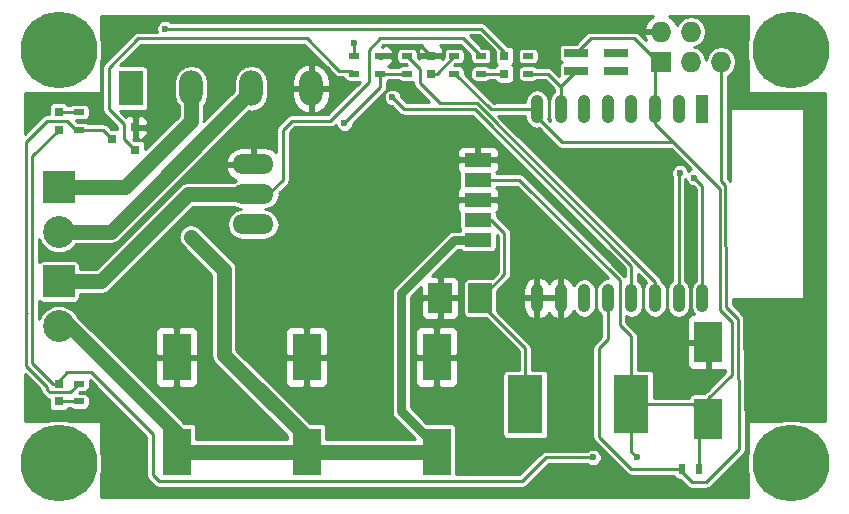
<source format=gtl>
G04 #@! TF.FileFunction,Copper,L1,Top,Signal*
%FSLAX45Y45*%
G04 Gerber Fmt 4.5, Leading zero omitted, Abs format (unit mm)*
G04 Created by KiCad (PCBNEW (after 2015-may-01 BZR unknown)-product) date 21-May-15 9:31:02 AM*
%MOMM*%
G01*
G04 APERTURE LIST*
%ADD10C,0.100000*%
%ADD11R,0.900000X0.500000*%
%ADD12R,2.286000X1.143000*%
%ADD13R,9.999980X10.800080*%
%ADD14R,2.400300X3.500120*%
%ADD15R,2.400300X4.000500*%
%ADD16R,2.000000X2.500000*%
%ADD17R,0.797560X0.797560*%
%ADD18O,3.500120X1.699260*%
%ADD19R,0.500000X0.900000*%
%ADD20R,2.000000X0.700000*%
%ADD21R,1.100000X2.400000*%
%ADD22O,1.100000X2.400000*%
%ADD23C,6.500000*%
%ADD24O,2.000000X3.000000*%
%ADD25R,2.000000X3.000000*%
%ADD26R,3.000000X5.000000*%
%ADD27C,2.700000*%
%ADD28R,2.700000X2.700000*%
%ADD29R,0.800100X0.800100*%
%ADD30R,1.727200X1.727200*%
%ADD31O,1.727200X1.727200*%
%ADD32C,0.600000*%
%ADD33C,1.200000*%
%ADD34C,0.250000*%
%ADD35C,0.750000*%
%ADD36C,1.250000*%
%ADD37C,0.254000*%
G04 APERTURE END LIST*
D10*
D11*
X10250000Y-8200000D03*
X10250000Y-8050000D03*
D12*
X10450000Y-9439852D03*
D13*
X9370500Y-9269926D03*
D12*
X10450000Y-9100000D03*
X10450000Y-9269926D03*
X10450000Y-9610032D03*
X10450000Y-8929820D03*
D14*
X12400000Y-11125120D03*
X12400000Y-10474880D03*
D15*
X10100000Y-11400050D03*
X10100000Y-10599950D03*
X9000000Y-11400050D03*
X9000000Y-10599950D03*
X7900000Y-11400050D03*
X7900000Y-10599950D03*
D16*
X10130000Y-10100000D03*
X10470000Y-10100000D03*
D17*
X6900000Y-8674930D03*
X6900000Y-8525070D03*
X6900000Y-10825070D03*
X6900000Y-10974930D03*
X10675000Y-8050070D03*
X10675000Y-8199930D03*
X10050000Y-8199930D03*
X10050000Y-8050070D03*
D18*
X8548500Y-9223100D03*
X8548500Y-9477100D03*
X8548500Y-8969100D03*
D19*
X12325000Y-11550000D03*
X12175000Y-11550000D03*
D11*
X7075000Y-8525000D03*
X7075000Y-8675000D03*
X7075000Y-10975000D03*
X7075000Y-10825000D03*
X9400000Y-8050000D03*
X9400000Y-8200000D03*
X10875000Y-8200000D03*
X10875000Y-8050000D03*
X9850000Y-8200000D03*
X9850000Y-8050000D03*
X9625000Y-8200000D03*
X9625000Y-8050000D03*
X10475000Y-8200000D03*
X10475000Y-8050000D03*
D20*
X11620000Y-8025000D03*
X11620000Y-8175000D03*
X11280000Y-8175000D03*
X11280000Y-8025000D03*
D21*
X12350000Y-8500000D03*
D22*
X12150000Y-8500000D03*
X11950000Y-8500000D03*
X11750000Y-8500000D03*
X11550000Y-8500000D03*
X11350000Y-8500000D03*
X11150000Y-8500000D03*
X10950000Y-8500000D03*
X10950000Y-10100000D03*
X11150000Y-10100000D03*
X11350000Y-10100000D03*
X11550000Y-10100000D03*
X11750000Y-10100000D03*
X11950000Y-10100000D03*
X12150000Y-10100000D03*
X12350000Y-10100000D03*
D23*
X13100000Y-8000000D03*
X6900000Y-8000000D03*
X6900000Y-11500000D03*
X13100000Y-11500000D03*
D24*
X8021000Y-8325000D03*
X8529000Y-8325000D03*
X9037000Y-8325000D03*
D25*
X7513000Y-8325000D03*
D26*
X11750000Y-11000000D03*
X10850000Y-11000000D03*
D27*
X6900000Y-9540500D03*
D28*
X6900000Y-9159500D03*
D27*
X6900000Y-10340500D03*
D28*
X6900000Y-9959500D03*
D29*
X7550076Y-8845000D03*
X7550076Y-8655000D03*
X7350178Y-8750000D03*
D30*
X12000000Y-8100000D03*
D31*
X12000000Y-7846000D03*
X12254000Y-8100000D03*
X12254000Y-7846000D03*
X12508000Y-8100000D03*
D32*
X11800000Y-11450000D03*
X11425000Y-11450000D03*
X12400000Y-10800000D03*
X9950000Y-7975000D03*
X9000000Y-10950000D03*
X7900000Y-10950000D03*
X10100000Y-10950000D03*
X7800000Y-7820000D03*
D33*
X8020000Y-9580000D03*
D32*
X12280000Y-9080000D03*
X12160000Y-9040000D03*
X9320000Y-8620000D03*
X9400000Y-7940000D03*
X9725000Y-8400000D03*
D34*
X6900000Y-10825070D02*
X6900000Y-10800000D01*
X6900000Y-10800000D02*
X6975000Y-10725000D01*
X11750000Y-11400000D02*
X11750000Y-11000000D01*
X11800000Y-11450000D02*
X11750000Y-11400000D01*
X11025000Y-11450000D02*
X11425000Y-11450000D01*
X10825000Y-11650000D02*
X11025000Y-11450000D01*
X10750000Y-11650000D02*
X10825000Y-11650000D01*
X7750000Y-11650000D02*
X10750000Y-11650000D01*
X7700000Y-11600000D02*
X7750000Y-11650000D01*
X7700000Y-11250000D02*
X7700000Y-11600000D01*
X7175000Y-10725000D02*
X7700000Y-11250000D01*
X6975000Y-10725000D02*
X7175000Y-10725000D01*
X11750000Y-11000000D02*
X11750000Y-10425000D01*
X10800000Y-9100000D02*
X10450000Y-9100000D01*
X11650000Y-9950000D02*
X10800000Y-9100000D01*
X11650000Y-10325000D02*
X11650000Y-9950000D01*
X11750000Y-10425000D02*
X11650000Y-10325000D01*
X12274880Y-11000000D02*
X12400000Y-11125120D01*
X11750000Y-11000000D02*
X12274880Y-11000000D01*
X12325000Y-11200120D02*
X12400000Y-11125120D01*
X12325000Y-11550000D02*
X12325000Y-11200120D01*
X12400000Y-10950000D02*
X12600000Y-10750000D01*
X12600000Y-10750000D02*
X12600000Y-10300000D01*
X12600000Y-10300000D02*
X12500000Y-10200000D01*
X12500000Y-10200000D02*
X12500000Y-9175000D01*
X12500000Y-9175000D02*
X12105000Y-8780000D01*
X11950000Y-8625000D02*
X11950000Y-8500000D01*
X12400000Y-11125120D02*
X12400000Y-10950000D01*
X11950000Y-8150000D02*
X12000000Y-8100000D01*
X11950000Y-8500000D02*
X11950000Y-8150000D01*
X11775000Y-7900000D02*
X11405000Y-7900000D01*
X11405000Y-7900000D02*
X11280000Y-8025000D01*
X11975000Y-8100000D02*
X11775000Y-7900000D01*
X12000000Y-8100000D02*
X11975000Y-8100000D01*
X11280000Y-8025000D02*
X11350000Y-8025000D01*
X6900000Y-8674930D02*
X6900000Y-8675000D01*
X6675000Y-10650000D02*
X6850070Y-10825070D01*
X6850070Y-10825070D02*
X6900000Y-10825070D01*
X6900000Y-8675000D02*
X6675000Y-8900000D01*
X6675000Y-8900000D02*
X6675000Y-10625000D01*
X6675000Y-10625000D02*
X6675000Y-10650000D01*
X10550000Y-9100000D02*
X10450000Y-9100000D01*
X10450000Y-9100000D02*
X10540000Y-9100000D01*
X10260000Y-8200000D02*
X10250000Y-8200000D01*
X10820000Y-8500000D02*
X10600000Y-8500000D01*
X10600000Y-8500000D02*
X10596140Y-8503860D01*
X10596140Y-8503860D02*
X10563860Y-8503860D01*
X10563860Y-8503860D02*
X10260000Y-8200000D01*
X10950000Y-8500000D02*
X10820000Y-8500000D01*
X12105000Y-8780000D02*
X11950000Y-8625000D01*
X10950000Y-8500000D02*
X10950000Y-8570000D01*
X10950000Y-8570000D02*
X11160000Y-8780000D01*
X11160000Y-8780000D02*
X12105000Y-8780000D01*
X10100070Y-8199930D02*
X10250000Y-8050000D01*
X10050000Y-8199930D02*
X10100070Y-8199930D01*
X10564852Y-9439852D02*
X10450000Y-9439852D01*
X10675000Y-9550000D02*
X10564852Y-9439852D01*
X10675000Y-9900000D02*
X10675000Y-9550000D01*
X10475000Y-10100000D02*
X10675000Y-9900000D01*
X10470000Y-10100000D02*
X10475000Y-10100000D01*
X10850000Y-10525000D02*
X10850000Y-11000000D01*
X10470000Y-10145000D02*
X10850000Y-10525000D01*
X10470000Y-10100000D02*
X10470000Y-10145000D01*
X12400000Y-10474880D02*
X12400000Y-10825000D01*
X12400000Y-10825000D02*
X12400000Y-10800000D01*
X10050000Y-8050070D02*
X10050000Y-8050000D01*
X10050000Y-8050000D02*
X9975000Y-7975000D01*
X9975000Y-7975000D02*
X9950000Y-7975000D01*
X9000000Y-10599950D02*
X9000000Y-10950000D01*
X7900000Y-10599950D02*
X7900000Y-10950000D01*
X10100000Y-10599950D02*
X10100000Y-10950000D01*
X10675000Y-8050070D02*
X10675000Y-8015000D01*
X10480000Y-7820000D02*
X7820000Y-7820000D01*
X10675000Y-8015000D02*
X10480000Y-7820000D01*
X7820000Y-7820000D02*
X7800000Y-7820000D01*
D35*
X10249968Y-9610032D02*
X10450000Y-9610032D01*
X9800000Y-10060000D02*
X10249968Y-9610032D01*
X9800000Y-11060000D02*
X9800000Y-10060000D01*
X10100000Y-11360000D02*
X9800000Y-11060000D01*
X10100000Y-11400050D02*
X10100000Y-11360000D01*
D36*
X10100000Y-11400050D02*
X9000000Y-11400050D01*
X9000000Y-11400050D02*
X7900000Y-11400050D01*
X9000000Y-11400050D02*
X9000000Y-11280000D01*
X9000000Y-11280000D02*
X8300000Y-10580000D01*
X8300000Y-9860000D02*
X8020000Y-9580000D01*
X8300000Y-10580000D02*
X8300000Y-9860000D01*
X7900000Y-11240000D02*
X7900000Y-11400050D01*
X7000500Y-10340500D02*
X7900000Y-11240000D01*
X6900000Y-10340500D02*
X7000500Y-10340500D01*
D34*
X6900070Y-8525000D02*
X6900000Y-8525070D01*
X7075000Y-8525000D02*
X6900070Y-8525000D01*
X7074930Y-10974930D02*
X7075000Y-10975000D01*
X6900000Y-10974930D02*
X7074930Y-10974930D01*
X10674930Y-8200000D02*
X10675000Y-8199930D01*
X10475000Y-8200000D02*
X10674930Y-8200000D01*
X12340000Y-9140000D02*
X12300000Y-9100000D01*
X12350000Y-9150000D02*
X12340000Y-9140000D01*
X12350000Y-10100000D02*
X12350000Y-9150000D01*
X12280000Y-9080000D02*
X12340000Y-9140000D01*
X12150000Y-10100000D02*
X12150000Y-9050000D01*
X12150000Y-9050000D02*
X12160000Y-9040000D01*
X11750000Y-11550000D02*
X11475000Y-11275000D01*
X11475000Y-11275000D02*
X11475000Y-10525000D01*
X11475000Y-10525000D02*
X11550000Y-10450000D01*
X11550000Y-10450000D02*
X11550000Y-10100000D01*
X12175000Y-11550000D02*
X11750000Y-11550000D01*
X12175000Y-11575000D02*
X12175000Y-11550000D01*
X12508000Y-9108000D02*
X12545000Y-9145000D01*
X12545000Y-9145000D02*
X12550000Y-10175000D01*
X12550000Y-10175000D02*
X12650000Y-10275000D01*
X12650000Y-10275000D02*
X12660000Y-11300000D01*
X12660000Y-11300000D02*
X12660000Y-11380000D01*
X12660000Y-11380000D02*
X12380000Y-11660000D01*
X12380000Y-11660000D02*
X12260000Y-11660000D01*
X12260000Y-11660000D02*
X12175000Y-11575000D01*
X12508000Y-8100000D02*
X12508000Y-9108000D01*
X9375000Y-8175000D02*
X9400000Y-8200000D01*
X9275000Y-8175000D02*
X9375000Y-8175000D01*
X9225000Y-8125000D02*
X9275000Y-8175000D01*
X9000000Y-7900000D02*
X9225000Y-8125000D01*
X7575000Y-7900000D02*
X9000000Y-7900000D01*
X7325000Y-8150000D02*
X7575000Y-7900000D01*
X7325000Y-8500000D02*
X7325000Y-8150000D01*
X7450000Y-8625000D02*
X7325000Y-8500000D01*
X7450000Y-8750000D02*
X7450000Y-8625000D01*
X7545000Y-8845000D02*
X7450000Y-8750000D01*
X7550076Y-8845000D02*
X7545000Y-8845000D01*
X7275178Y-8675000D02*
X7350178Y-8750000D01*
X7075000Y-8675000D02*
X7275178Y-8675000D01*
X7075000Y-8675000D02*
X7050000Y-8675000D01*
X6675000Y-8725000D02*
X6625000Y-8775000D01*
X6625000Y-8775000D02*
X6625000Y-10220000D01*
X6627500Y-10222500D02*
X6630000Y-10225000D01*
X6625000Y-10220000D02*
X6627500Y-10222500D01*
X7050000Y-8675000D02*
X6975000Y-8600000D01*
X6975000Y-8600000D02*
X6800000Y-8600000D01*
X6800000Y-8600000D02*
X6675000Y-8725000D01*
X6627500Y-10677500D02*
X6800000Y-10850000D01*
X6800000Y-10850000D02*
X6800000Y-10875000D01*
X6800000Y-10875000D02*
X6825000Y-10900000D01*
X6825000Y-10900000D02*
X7000000Y-10900000D01*
X7000000Y-10900000D02*
X7075000Y-10825000D01*
X6627500Y-10222500D02*
X6627500Y-10677500D01*
X9850000Y-8200000D02*
X9625000Y-8200000D01*
X9625000Y-8315000D02*
X9320000Y-8620000D01*
X9625000Y-8200000D02*
X9625000Y-8315000D01*
X9400000Y-7940000D02*
X9400000Y-8050000D01*
X11750000Y-10100000D02*
X11750000Y-9825000D01*
X9825000Y-8500000D02*
X9725000Y-8400000D01*
X10025000Y-8500000D02*
X9825000Y-8500000D01*
X10425000Y-8500000D02*
X10025000Y-8500000D01*
X11750000Y-9825000D02*
X10425000Y-8500000D01*
X11150000Y-8305000D02*
X11280000Y-8175000D01*
X11150000Y-8500000D02*
X11150000Y-8305000D01*
X11145000Y-8305000D02*
X11040000Y-8200000D01*
X11040000Y-8200000D02*
X10875000Y-8200000D01*
X11150000Y-8305000D02*
X11145000Y-8305000D01*
X9975000Y-8300000D02*
X9975000Y-8295000D01*
X9975000Y-8295000D02*
X9960000Y-8280000D01*
X9960000Y-8280000D02*
X9960000Y-8160000D01*
X9960000Y-8160000D02*
X9850000Y-8050000D01*
X11950000Y-10100000D02*
X11950000Y-9961360D01*
X10438640Y-8450000D02*
X10125000Y-8450000D01*
X11950000Y-9961360D02*
X10438640Y-8450000D01*
X10125000Y-8450000D02*
X9975000Y-8300000D01*
D36*
X7460500Y-9159500D02*
X8021000Y-8599000D01*
X8021000Y-8599000D02*
X8021000Y-8325000D01*
X6900000Y-9159500D02*
X7460500Y-9159500D01*
X7339500Y-9540500D02*
X6900000Y-9540500D01*
X8529000Y-8351000D02*
X7339500Y-9540500D01*
X8529000Y-8325000D02*
X8529000Y-8351000D01*
D34*
X8676900Y-9223100D02*
X8548500Y-9223100D01*
X10325000Y-7900000D02*
X9800000Y-7900000D01*
X9800000Y-7900000D02*
X9625000Y-7900000D01*
X9625000Y-7900000D02*
X9525000Y-8000000D01*
X9525000Y-8000000D02*
X9525000Y-8275000D01*
X9525000Y-8275000D02*
X9200000Y-8600000D01*
X9200000Y-8600000D02*
X8875000Y-8600000D01*
X8875000Y-8600000D02*
X8800000Y-8675000D01*
X8800000Y-8675000D02*
X8800000Y-9100000D01*
X8800000Y-9100000D02*
X8676900Y-9223100D01*
X10475000Y-8050000D02*
X10325000Y-7900000D01*
D36*
X7260500Y-9959500D02*
X7996900Y-9223100D01*
X7996900Y-9223100D02*
X8548500Y-9223100D01*
X6900000Y-9959500D02*
X7260500Y-9959500D01*
D37*
G36*
X9453005Y-8267799D02*
X9200500Y-8520304D01*
X9200500Y-8387700D01*
X9200500Y-8337700D01*
X9200500Y-8312300D01*
X9200500Y-8262300D01*
X9183194Y-8200698D01*
X9143632Y-8150408D01*
X9087836Y-8119086D01*
X9075043Y-8115988D01*
X9049700Y-8127922D01*
X9049700Y-8312300D01*
X9200500Y-8312300D01*
X9200500Y-8337700D01*
X9049700Y-8337700D01*
X9049700Y-8522078D01*
X9075043Y-8534012D01*
X9087836Y-8530914D01*
X9143632Y-8499592D01*
X9183194Y-8449302D01*
X9200500Y-8387700D01*
X9200500Y-8520304D01*
X9176804Y-8544000D01*
X9024300Y-8544000D01*
X9024300Y-8522078D01*
X9024300Y-8337700D01*
X9024300Y-8312300D01*
X9024300Y-8127922D01*
X8998957Y-8115988D01*
X8986165Y-8119086D01*
X8930368Y-8150408D01*
X8890806Y-8200698D01*
X8873500Y-8262300D01*
X8873500Y-8312300D01*
X9024300Y-8312300D01*
X9024300Y-8337700D01*
X8873500Y-8337700D01*
X8873500Y-8387700D01*
X8890806Y-8449302D01*
X8930368Y-8499592D01*
X8986165Y-8530914D01*
X8998957Y-8534012D01*
X9024300Y-8522078D01*
X9024300Y-8544000D01*
X8875000Y-8544000D01*
X8853570Y-8548263D01*
X8835402Y-8560402D01*
X8760402Y-8635402D01*
X8748263Y-8653570D01*
X8744000Y-8675000D01*
X8744000Y-8866304D01*
X8707091Y-8836798D01*
X8651243Y-8820637D01*
X8561200Y-8820637D01*
X8561200Y-8956400D01*
X8563200Y-8956400D01*
X8563200Y-8981800D01*
X8561200Y-8981800D01*
X8561200Y-8983800D01*
X8535800Y-8983800D01*
X8535800Y-8981800D01*
X8535800Y-8956400D01*
X8535800Y-8820637D01*
X8445757Y-8820637D01*
X8389909Y-8836798D01*
X8344498Y-8873101D01*
X8316435Y-8924019D01*
X8314346Y-8933417D01*
X8326479Y-8956400D01*
X8535800Y-8956400D01*
X8535800Y-8981800D01*
X8326479Y-8981800D01*
X8314346Y-9004783D01*
X8316435Y-9014181D01*
X8344498Y-9065099D01*
X8389909Y-9101402D01*
X8403598Y-9105363D01*
X8386032Y-9117100D01*
X7996900Y-9117100D01*
X7956336Y-9125169D01*
X7921947Y-9148147D01*
X7216593Y-9853500D01*
X7079352Y-9853500D01*
X7079352Y-9824500D01*
X7076134Y-9807914D01*
X7066558Y-9793336D01*
X7052101Y-9783577D01*
X7035000Y-9780148D01*
X6765000Y-9780148D01*
X6748414Y-9783366D01*
X6733836Y-9792942D01*
X6731000Y-9797143D01*
X6731000Y-9598917D01*
X6748587Y-9641480D01*
X6798756Y-9691737D01*
X6864338Y-9718969D01*
X6935350Y-9719031D01*
X7000980Y-9691913D01*
X7046472Y-9646500D01*
X7339500Y-9646500D01*
X7380064Y-9638431D01*
X7380064Y-9638431D01*
X7414453Y-9615453D01*
X8511164Y-8518743D01*
X8529000Y-8522291D01*
X8583915Y-8511368D01*
X8630470Y-8480261D01*
X8661577Y-8433706D01*
X8672500Y-8378791D01*
X8672500Y-8271209D01*
X8661577Y-8216294D01*
X8630470Y-8169739D01*
X8583915Y-8138632D01*
X8529000Y-8127709D01*
X8474085Y-8138632D01*
X8427530Y-8169739D01*
X8396423Y-8216294D01*
X8385500Y-8271209D01*
X8385500Y-8344593D01*
X8125983Y-8604110D01*
X8127000Y-8599000D01*
X8127000Y-8473481D01*
X8153577Y-8433706D01*
X8164500Y-8378791D01*
X8164500Y-8271209D01*
X8153577Y-8216294D01*
X8122470Y-8169739D01*
X8075915Y-8138632D01*
X8021000Y-8127709D01*
X7966085Y-8138632D01*
X7919530Y-8169739D01*
X7888423Y-8216294D01*
X7877500Y-8271209D01*
X7877500Y-8378791D01*
X7888423Y-8433706D01*
X7915000Y-8473481D01*
X7915000Y-8555093D01*
X7653581Y-8816512D01*
X7653581Y-8707636D01*
X7653581Y-8683575D01*
X7653581Y-8626425D01*
X7653581Y-8602364D01*
X7643914Y-8579025D01*
X7626051Y-8561162D01*
X7602712Y-8551495D01*
X7578651Y-8551495D01*
X7562776Y-8567370D01*
X7562776Y-8642300D01*
X7637706Y-8642300D01*
X7653581Y-8626425D01*
X7653581Y-8683575D01*
X7637706Y-8667700D01*
X7562776Y-8667700D01*
X7562776Y-8742630D01*
X7578651Y-8758505D01*
X7602712Y-8758505D01*
X7626051Y-8748838D01*
X7643914Y-8730975D01*
X7653581Y-8707636D01*
X7653581Y-8816512D01*
X7634433Y-8835660D01*
X7634433Y-8804995D01*
X7631215Y-8788409D01*
X7621639Y-8773831D01*
X7607182Y-8764072D01*
X7590081Y-8760643D01*
X7539839Y-8760643D01*
X7529601Y-8750405D01*
X7537376Y-8742630D01*
X7537376Y-8667700D01*
X7535376Y-8667700D01*
X7535376Y-8642300D01*
X7537376Y-8642300D01*
X7537376Y-8567370D01*
X7521501Y-8551495D01*
X7497440Y-8551495D01*
X7474101Y-8561162D01*
X7469730Y-8565534D01*
X7423548Y-8519352D01*
X7613000Y-8519352D01*
X7629586Y-8516134D01*
X7644164Y-8506558D01*
X7653923Y-8492101D01*
X7657352Y-8475000D01*
X7657352Y-8175000D01*
X7654134Y-8158414D01*
X7644558Y-8143836D01*
X7630101Y-8134077D01*
X7613000Y-8130648D01*
X7423548Y-8130648D01*
X7598196Y-7956000D01*
X8976804Y-7956000D01*
X9185402Y-8164598D01*
X9185402Y-8164598D01*
X9235402Y-8214598D01*
X9253570Y-8226737D01*
X9275000Y-8231000D01*
X9311812Y-8231000D01*
X9313866Y-8241586D01*
X9323442Y-8256164D01*
X9337899Y-8265923D01*
X9355000Y-8269352D01*
X9445000Y-8269352D01*
X9453005Y-8267799D01*
X9453005Y-8267799D01*
G37*
X9453005Y-8267799D02*
X9200500Y-8520304D01*
X9200500Y-8387700D01*
X9200500Y-8337700D01*
X9200500Y-8312300D01*
X9200500Y-8262300D01*
X9183194Y-8200698D01*
X9143632Y-8150408D01*
X9087836Y-8119086D01*
X9075043Y-8115988D01*
X9049700Y-8127922D01*
X9049700Y-8312300D01*
X9200500Y-8312300D01*
X9200500Y-8337700D01*
X9049700Y-8337700D01*
X9049700Y-8522078D01*
X9075043Y-8534012D01*
X9087836Y-8530914D01*
X9143632Y-8499592D01*
X9183194Y-8449302D01*
X9200500Y-8387700D01*
X9200500Y-8520304D01*
X9176804Y-8544000D01*
X9024300Y-8544000D01*
X9024300Y-8522078D01*
X9024300Y-8337700D01*
X9024300Y-8312300D01*
X9024300Y-8127922D01*
X8998957Y-8115988D01*
X8986165Y-8119086D01*
X8930368Y-8150408D01*
X8890806Y-8200698D01*
X8873500Y-8262300D01*
X8873500Y-8312300D01*
X9024300Y-8312300D01*
X9024300Y-8337700D01*
X8873500Y-8337700D01*
X8873500Y-8387700D01*
X8890806Y-8449302D01*
X8930368Y-8499592D01*
X8986165Y-8530914D01*
X8998957Y-8534012D01*
X9024300Y-8522078D01*
X9024300Y-8544000D01*
X8875000Y-8544000D01*
X8853570Y-8548263D01*
X8835402Y-8560402D01*
X8760402Y-8635402D01*
X8748263Y-8653570D01*
X8744000Y-8675000D01*
X8744000Y-8866304D01*
X8707091Y-8836798D01*
X8651243Y-8820637D01*
X8561200Y-8820637D01*
X8561200Y-8956400D01*
X8563200Y-8956400D01*
X8563200Y-8981800D01*
X8561200Y-8981800D01*
X8561200Y-8983800D01*
X8535800Y-8983800D01*
X8535800Y-8981800D01*
X8535800Y-8956400D01*
X8535800Y-8820637D01*
X8445757Y-8820637D01*
X8389909Y-8836798D01*
X8344498Y-8873101D01*
X8316435Y-8924019D01*
X8314346Y-8933417D01*
X8326479Y-8956400D01*
X8535800Y-8956400D01*
X8535800Y-8981800D01*
X8326479Y-8981800D01*
X8314346Y-9004783D01*
X8316435Y-9014181D01*
X8344498Y-9065099D01*
X8389909Y-9101402D01*
X8403598Y-9105363D01*
X8386032Y-9117100D01*
X7996900Y-9117100D01*
X7956336Y-9125169D01*
X7921947Y-9148147D01*
X7216593Y-9853500D01*
X7079352Y-9853500D01*
X7079352Y-9824500D01*
X7076134Y-9807914D01*
X7066558Y-9793336D01*
X7052101Y-9783577D01*
X7035000Y-9780148D01*
X6765000Y-9780148D01*
X6748414Y-9783366D01*
X6733836Y-9792942D01*
X6731000Y-9797143D01*
X6731000Y-9598917D01*
X6748587Y-9641480D01*
X6798756Y-9691737D01*
X6864338Y-9718969D01*
X6935350Y-9719031D01*
X7000980Y-9691913D01*
X7046472Y-9646500D01*
X7339500Y-9646500D01*
X7380064Y-9638431D01*
X7380064Y-9638431D01*
X7414453Y-9615453D01*
X8511164Y-8518743D01*
X8529000Y-8522291D01*
X8583915Y-8511368D01*
X8630470Y-8480261D01*
X8661577Y-8433706D01*
X8672500Y-8378791D01*
X8672500Y-8271209D01*
X8661577Y-8216294D01*
X8630470Y-8169739D01*
X8583915Y-8138632D01*
X8529000Y-8127709D01*
X8474085Y-8138632D01*
X8427530Y-8169739D01*
X8396423Y-8216294D01*
X8385500Y-8271209D01*
X8385500Y-8344593D01*
X8125983Y-8604110D01*
X8127000Y-8599000D01*
X8127000Y-8473481D01*
X8153577Y-8433706D01*
X8164500Y-8378791D01*
X8164500Y-8271209D01*
X8153577Y-8216294D01*
X8122470Y-8169739D01*
X8075915Y-8138632D01*
X8021000Y-8127709D01*
X7966085Y-8138632D01*
X7919530Y-8169739D01*
X7888423Y-8216294D01*
X7877500Y-8271209D01*
X7877500Y-8378791D01*
X7888423Y-8433706D01*
X7915000Y-8473481D01*
X7915000Y-8555093D01*
X7653581Y-8816512D01*
X7653581Y-8707636D01*
X7653581Y-8683575D01*
X7653581Y-8626425D01*
X7653581Y-8602364D01*
X7643914Y-8579025D01*
X7626051Y-8561162D01*
X7602712Y-8551495D01*
X7578651Y-8551495D01*
X7562776Y-8567370D01*
X7562776Y-8642300D01*
X7637706Y-8642300D01*
X7653581Y-8626425D01*
X7653581Y-8683575D01*
X7637706Y-8667700D01*
X7562776Y-8667700D01*
X7562776Y-8742630D01*
X7578651Y-8758505D01*
X7602712Y-8758505D01*
X7626051Y-8748838D01*
X7643914Y-8730975D01*
X7653581Y-8707636D01*
X7653581Y-8816512D01*
X7634433Y-8835660D01*
X7634433Y-8804995D01*
X7631215Y-8788409D01*
X7621639Y-8773831D01*
X7607182Y-8764072D01*
X7590081Y-8760643D01*
X7539839Y-8760643D01*
X7529601Y-8750405D01*
X7537376Y-8742630D01*
X7537376Y-8667700D01*
X7535376Y-8667700D01*
X7535376Y-8642300D01*
X7537376Y-8642300D01*
X7537376Y-8567370D01*
X7521501Y-8551495D01*
X7497440Y-8551495D01*
X7474101Y-8561162D01*
X7469730Y-8565534D01*
X7423548Y-8519352D01*
X7613000Y-8519352D01*
X7629586Y-8516134D01*
X7644164Y-8506558D01*
X7653923Y-8492101D01*
X7657352Y-8475000D01*
X7657352Y-8175000D01*
X7654134Y-8158414D01*
X7644558Y-8143836D01*
X7630101Y-8134077D01*
X7613000Y-8130648D01*
X7423548Y-8130648D01*
X7598196Y-7956000D01*
X8976804Y-7956000D01*
X9185402Y-8164598D01*
X9185402Y-8164598D01*
X9235402Y-8214598D01*
X9253570Y-8226737D01*
X9275000Y-8231000D01*
X9311812Y-8231000D01*
X9313866Y-8241586D01*
X9323442Y-8256164D01*
X9337899Y-8265923D01*
X9355000Y-8269352D01*
X9445000Y-8269352D01*
X9453005Y-8267799D01*
G36*
X12014700Y-7858700D02*
X12012700Y-7858700D01*
X12012700Y-7860700D01*
X11987300Y-7860700D01*
X11987300Y-7858700D01*
X11866553Y-7858700D01*
X11854503Y-7881903D01*
X11870738Y-7916542D01*
X11814598Y-7860402D01*
X11796430Y-7848263D01*
X11775000Y-7844000D01*
X11405000Y-7844000D01*
X11383570Y-7848263D01*
X11365402Y-7860402D01*
X11280156Y-7945648D01*
X11180000Y-7945648D01*
X11163414Y-7948866D01*
X11148836Y-7958442D01*
X11139077Y-7972899D01*
X11135648Y-7990000D01*
X11135648Y-8060000D01*
X11138866Y-8076586D01*
X11148442Y-8091164D01*
X11161608Y-8100052D01*
X11148836Y-8108442D01*
X11139077Y-8122899D01*
X11135648Y-8140000D01*
X11135648Y-8210000D01*
X11137201Y-8218005D01*
X11079598Y-8160402D01*
X11061430Y-8148263D01*
X11040000Y-8144000D01*
X10964352Y-8144000D01*
X10964352Y-8075000D01*
X10964352Y-8025000D01*
X10961134Y-8008414D01*
X10951558Y-7993836D01*
X10937101Y-7984077D01*
X10920000Y-7980648D01*
X10830000Y-7980648D01*
X10813414Y-7983866D01*
X10798836Y-7993442D01*
X10789077Y-8007899D01*
X10785648Y-8025000D01*
X10785648Y-8075000D01*
X10788866Y-8091586D01*
X10798442Y-8106164D01*
X10812899Y-8115923D01*
X10830000Y-8119352D01*
X10920000Y-8119352D01*
X10936586Y-8116134D01*
X10951164Y-8106558D01*
X10960923Y-8092101D01*
X10964352Y-8075000D01*
X10964352Y-8144000D01*
X10951666Y-8144000D01*
X10951558Y-8143836D01*
X10937101Y-8134077D01*
X10920000Y-8130648D01*
X10830000Y-8130648D01*
X10813414Y-8133866D01*
X10798836Y-8143442D01*
X10789077Y-8157899D01*
X10785648Y-8175000D01*
X10785648Y-8225000D01*
X10788866Y-8241586D01*
X10798442Y-8256164D01*
X10812899Y-8265923D01*
X10830000Y-8269352D01*
X10920000Y-8269352D01*
X10936586Y-8266134D01*
X10951164Y-8256558D01*
X10951541Y-8256000D01*
X11016804Y-8256000D01*
X11094000Y-8333196D01*
X11094000Y-8353026D01*
X11080350Y-8362147D01*
X11058998Y-8394103D01*
X11051500Y-8431797D01*
X11051500Y-8568203D01*
X11057484Y-8598288D01*
X11044999Y-8585803D01*
X11048500Y-8568203D01*
X11048500Y-8431797D01*
X11041002Y-8394103D01*
X11019650Y-8362147D01*
X10987694Y-8340795D01*
X10950000Y-8333297D01*
X10912306Y-8340795D01*
X10880350Y-8362147D01*
X10858998Y-8394103D01*
X10851500Y-8431797D01*
X10851500Y-8444000D01*
X10820000Y-8444000D01*
X10600000Y-8444000D01*
X10585984Y-8446788D01*
X10339352Y-8200156D01*
X10339352Y-8175000D01*
X10336134Y-8158414D01*
X10326558Y-8143836D01*
X10312101Y-8134077D01*
X10295000Y-8130648D01*
X10248548Y-8130648D01*
X10259844Y-8119352D01*
X10295000Y-8119352D01*
X10311586Y-8116134D01*
X10326164Y-8106558D01*
X10335923Y-8092101D01*
X10339352Y-8075000D01*
X10339352Y-8025000D01*
X10336134Y-8008414D01*
X10326558Y-7993836D01*
X10312101Y-7984077D01*
X10295000Y-7980648D01*
X10205000Y-7980648D01*
X10188414Y-7983866D01*
X10173836Y-7993442D01*
X10164077Y-8007899D01*
X10160648Y-8025000D01*
X10160648Y-8060156D01*
X10147769Y-8073035D01*
X10137503Y-8062770D01*
X10062700Y-8062770D01*
X10062700Y-8064770D01*
X10037300Y-8064770D01*
X10037300Y-8062770D01*
X9962497Y-8062770D01*
X9952232Y-8073035D01*
X9939352Y-8060156D01*
X9939352Y-8025000D01*
X9936134Y-8008414D01*
X9926558Y-7993836D01*
X9912101Y-7984077D01*
X9895000Y-7980648D01*
X9805000Y-7980648D01*
X9788414Y-7983866D01*
X9773836Y-7993442D01*
X9764077Y-8007899D01*
X9760648Y-8025000D01*
X9760648Y-8075000D01*
X9763866Y-8091586D01*
X9773442Y-8106164D01*
X9787899Y-8115923D01*
X9805000Y-8119352D01*
X9840156Y-8119352D01*
X9851452Y-8130648D01*
X9805000Y-8130648D01*
X9788414Y-8133866D01*
X9773836Y-8143442D01*
X9773459Y-8144000D01*
X9701666Y-8144000D01*
X9701558Y-8143836D01*
X9689462Y-8135671D01*
X9705970Y-8128833D01*
X9723833Y-8110970D01*
X9733500Y-8087631D01*
X9733500Y-8078375D01*
X9717625Y-8062500D01*
X9637700Y-8062500D01*
X9637700Y-8064700D01*
X9612300Y-8064700D01*
X9612300Y-8062500D01*
X9610300Y-8062500D01*
X9610300Y-8037500D01*
X9612300Y-8037500D01*
X9612300Y-8035300D01*
X9637700Y-8035300D01*
X9637700Y-8037500D01*
X9717625Y-8037500D01*
X9733500Y-8021625D01*
X9733500Y-8012369D01*
X9723833Y-7989030D01*
X9705970Y-7971167D01*
X9682631Y-7961500D01*
X9657369Y-7961500D01*
X9653575Y-7961500D01*
X9637700Y-7977375D01*
X9637700Y-7966496D01*
X9648196Y-7956000D01*
X9800000Y-7956000D01*
X9975020Y-7956000D01*
X9974152Y-7956359D01*
X9956289Y-7974222D01*
X9946622Y-7997561D01*
X9946622Y-8021495D01*
X9962497Y-8037370D01*
X10037300Y-8037370D01*
X10037300Y-8035370D01*
X10062700Y-8035370D01*
X10062700Y-8037370D01*
X10137503Y-8037370D01*
X10153378Y-8021495D01*
X10153378Y-7997561D01*
X10143711Y-7974222D01*
X10125848Y-7956359D01*
X10124980Y-7956000D01*
X10301804Y-7956000D01*
X10385648Y-8039844D01*
X10385648Y-8075000D01*
X10388866Y-8091586D01*
X10398442Y-8106164D01*
X10412899Y-8115923D01*
X10430000Y-8119352D01*
X10520000Y-8119352D01*
X10536586Y-8116134D01*
X10551164Y-8106558D01*
X10560923Y-8092101D01*
X10564352Y-8075000D01*
X10564352Y-8025000D01*
X10561134Y-8008414D01*
X10551558Y-7993836D01*
X10537101Y-7984077D01*
X10520000Y-7980648D01*
X10484844Y-7980648D01*
X10380196Y-7876000D01*
X10456804Y-7876000D01*
X10590808Y-8010003D01*
X10590770Y-8010192D01*
X10590770Y-8089948D01*
X10593988Y-8106534D01*
X10603564Y-8121112D01*
X10609301Y-8124984D01*
X10603958Y-8128494D01*
X10594199Y-8142951D01*
X10593989Y-8144000D01*
X10551666Y-8144000D01*
X10551558Y-8143836D01*
X10537101Y-8134077D01*
X10520000Y-8130648D01*
X10430000Y-8130648D01*
X10413414Y-8133866D01*
X10398836Y-8143442D01*
X10389077Y-8157899D01*
X10385648Y-8175000D01*
X10385648Y-8225000D01*
X10388866Y-8241586D01*
X10398442Y-8256164D01*
X10412899Y-8265923D01*
X10430000Y-8269352D01*
X10520000Y-8269352D01*
X10536586Y-8266134D01*
X10551164Y-8256558D01*
X10551541Y-8256000D01*
X10593911Y-8256000D01*
X10593988Y-8256394D01*
X10603564Y-8270972D01*
X10618021Y-8280731D01*
X10635122Y-8284160D01*
X10714878Y-8284160D01*
X10731464Y-8280942D01*
X10746042Y-8271366D01*
X10755801Y-8256909D01*
X10759230Y-8239808D01*
X10759230Y-8160052D01*
X10756012Y-8143466D01*
X10746436Y-8128888D01*
X10740699Y-8125015D01*
X10746042Y-8121506D01*
X10755801Y-8107049D01*
X10759230Y-8089948D01*
X10759230Y-8010192D01*
X10756012Y-7993606D01*
X10746436Y-7979028D01*
X10731979Y-7969269D01*
X10714878Y-7965840D01*
X10705036Y-7965840D01*
X10519598Y-7780402D01*
X10501430Y-7768263D01*
X10480000Y-7764000D01*
X7847952Y-7764000D01*
X7841689Y-7757726D01*
X7814684Y-7746513D01*
X7785444Y-7746487D01*
X7758420Y-7757653D01*
X7737726Y-7778311D01*
X7726513Y-7805316D01*
X7726487Y-7834556D01*
X7730389Y-7844000D01*
X7575000Y-7844000D01*
X7553570Y-7848263D01*
X7535402Y-7860402D01*
X7285402Y-8110402D01*
X7273263Y-8128570D01*
X7269000Y-8150000D01*
X7269000Y-8500000D01*
X7273263Y-8521430D01*
X7285402Y-8539598D01*
X7394000Y-8648196D01*
X7394000Y-8666408D01*
X7390183Y-8665643D01*
X7345017Y-8665643D01*
X7314776Y-8635402D01*
X7296608Y-8623263D01*
X7275178Y-8619000D01*
X7151666Y-8619000D01*
X7151558Y-8618836D01*
X7137101Y-8609077D01*
X7120000Y-8605648D01*
X7059844Y-8605648D01*
X7048548Y-8594352D01*
X7120000Y-8594352D01*
X7136586Y-8591134D01*
X7151164Y-8581558D01*
X7160923Y-8567101D01*
X7164352Y-8550000D01*
X7164352Y-8500000D01*
X7161134Y-8483414D01*
X7151558Y-8468836D01*
X7137101Y-8459077D01*
X7120000Y-8455648D01*
X7030000Y-8455648D01*
X7013414Y-8458866D01*
X6998836Y-8468442D01*
X6998459Y-8469000D01*
X6981089Y-8469000D01*
X6981012Y-8468606D01*
X6971436Y-8454028D01*
X6956979Y-8444269D01*
X6939878Y-8440840D01*
X6860122Y-8440840D01*
X6843536Y-8444058D01*
X6828958Y-8453634D01*
X6819199Y-8468091D01*
X6815770Y-8485192D01*
X6815770Y-8544000D01*
X6800000Y-8544000D01*
X6778570Y-8548263D01*
X6760402Y-8560402D01*
X6635402Y-8685402D01*
X6612700Y-8708104D01*
X6612700Y-8362700D01*
X6812566Y-8362700D01*
X6826379Y-8368436D01*
X6972978Y-8368564D01*
X6987169Y-8362700D01*
X7262700Y-8362700D01*
X7262700Y-8087434D01*
X7268436Y-8073621D01*
X7268564Y-7927022D01*
X7262700Y-7912831D01*
X7262700Y-7712700D01*
X11934652Y-7712700D01*
X11922505Y-7717731D01*
X11879318Y-7757151D01*
X11854503Y-7810097D01*
X11866553Y-7833300D01*
X11987300Y-7833300D01*
X11987300Y-7831300D01*
X12012700Y-7831300D01*
X12012700Y-7833300D01*
X12014700Y-7833300D01*
X12014700Y-7858700D01*
X12014700Y-7858700D01*
G37*
X12014700Y-7858700D02*
X12012700Y-7858700D01*
X12012700Y-7860700D01*
X11987300Y-7860700D01*
X11987300Y-7858700D01*
X11866553Y-7858700D01*
X11854503Y-7881903D01*
X11870738Y-7916542D01*
X11814598Y-7860402D01*
X11796430Y-7848263D01*
X11775000Y-7844000D01*
X11405000Y-7844000D01*
X11383570Y-7848263D01*
X11365402Y-7860402D01*
X11280156Y-7945648D01*
X11180000Y-7945648D01*
X11163414Y-7948866D01*
X11148836Y-7958442D01*
X11139077Y-7972899D01*
X11135648Y-7990000D01*
X11135648Y-8060000D01*
X11138866Y-8076586D01*
X11148442Y-8091164D01*
X11161608Y-8100052D01*
X11148836Y-8108442D01*
X11139077Y-8122899D01*
X11135648Y-8140000D01*
X11135648Y-8210000D01*
X11137201Y-8218005D01*
X11079598Y-8160402D01*
X11061430Y-8148263D01*
X11040000Y-8144000D01*
X10964352Y-8144000D01*
X10964352Y-8075000D01*
X10964352Y-8025000D01*
X10961134Y-8008414D01*
X10951558Y-7993836D01*
X10937101Y-7984077D01*
X10920000Y-7980648D01*
X10830000Y-7980648D01*
X10813414Y-7983866D01*
X10798836Y-7993442D01*
X10789077Y-8007899D01*
X10785648Y-8025000D01*
X10785648Y-8075000D01*
X10788866Y-8091586D01*
X10798442Y-8106164D01*
X10812899Y-8115923D01*
X10830000Y-8119352D01*
X10920000Y-8119352D01*
X10936586Y-8116134D01*
X10951164Y-8106558D01*
X10960923Y-8092101D01*
X10964352Y-8075000D01*
X10964352Y-8144000D01*
X10951666Y-8144000D01*
X10951558Y-8143836D01*
X10937101Y-8134077D01*
X10920000Y-8130648D01*
X10830000Y-8130648D01*
X10813414Y-8133866D01*
X10798836Y-8143442D01*
X10789077Y-8157899D01*
X10785648Y-8175000D01*
X10785648Y-8225000D01*
X10788866Y-8241586D01*
X10798442Y-8256164D01*
X10812899Y-8265923D01*
X10830000Y-8269352D01*
X10920000Y-8269352D01*
X10936586Y-8266134D01*
X10951164Y-8256558D01*
X10951541Y-8256000D01*
X11016804Y-8256000D01*
X11094000Y-8333196D01*
X11094000Y-8353026D01*
X11080350Y-8362147D01*
X11058998Y-8394103D01*
X11051500Y-8431797D01*
X11051500Y-8568203D01*
X11057484Y-8598288D01*
X11044999Y-8585803D01*
X11048500Y-8568203D01*
X11048500Y-8431797D01*
X11041002Y-8394103D01*
X11019650Y-8362147D01*
X10987694Y-8340795D01*
X10950000Y-8333297D01*
X10912306Y-8340795D01*
X10880350Y-8362147D01*
X10858998Y-8394103D01*
X10851500Y-8431797D01*
X10851500Y-8444000D01*
X10820000Y-8444000D01*
X10600000Y-8444000D01*
X10585984Y-8446788D01*
X10339352Y-8200156D01*
X10339352Y-8175000D01*
X10336134Y-8158414D01*
X10326558Y-8143836D01*
X10312101Y-8134077D01*
X10295000Y-8130648D01*
X10248548Y-8130648D01*
X10259844Y-8119352D01*
X10295000Y-8119352D01*
X10311586Y-8116134D01*
X10326164Y-8106558D01*
X10335923Y-8092101D01*
X10339352Y-8075000D01*
X10339352Y-8025000D01*
X10336134Y-8008414D01*
X10326558Y-7993836D01*
X10312101Y-7984077D01*
X10295000Y-7980648D01*
X10205000Y-7980648D01*
X10188414Y-7983866D01*
X10173836Y-7993442D01*
X10164077Y-8007899D01*
X10160648Y-8025000D01*
X10160648Y-8060156D01*
X10147769Y-8073035D01*
X10137503Y-8062770D01*
X10062700Y-8062770D01*
X10062700Y-8064770D01*
X10037300Y-8064770D01*
X10037300Y-8062770D01*
X9962497Y-8062770D01*
X9952232Y-8073035D01*
X9939352Y-8060156D01*
X9939352Y-8025000D01*
X9936134Y-8008414D01*
X9926558Y-7993836D01*
X9912101Y-7984077D01*
X9895000Y-7980648D01*
X9805000Y-7980648D01*
X9788414Y-7983866D01*
X9773836Y-7993442D01*
X9764077Y-8007899D01*
X9760648Y-8025000D01*
X9760648Y-8075000D01*
X9763866Y-8091586D01*
X9773442Y-8106164D01*
X9787899Y-8115923D01*
X9805000Y-8119352D01*
X9840156Y-8119352D01*
X9851452Y-8130648D01*
X9805000Y-8130648D01*
X9788414Y-8133866D01*
X9773836Y-8143442D01*
X9773459Y-8144000D01*
X9701666Y-8144000D01*
X9701558Y-8143836D01*
X9689462Y-8135671D01*
X9705970Y-8128833D01*
X9723833Y-8110970D01*
X9733500Y-8087631D01*
X9733500Y-8078375D01*
X9717625Y-8062500D01*
X9637700Y-8062500D01*
X9637700Y-8064700D01*
X9612300Y-8064700D01*
X9612300Y-8062500D01*
X9610300Y-8062500D01*
X9610300Y-8037500D01*
X9612300Y-8037500D01*
X9612300Y-8035300D01*
X9637700Y-8035300D01*
X9637700Y-8037500D01*
X9717625Y-8037500D01*
X9733500Y-8021625D01*
X9733500Y-8012369D01*
X9723833Y-7989030D01*
X9705970Y-7971167D01*
X9682631Y-7961500D01*
X9657369Y-7961500D01*
X9653575Y-7961500D01*
X9637700Y-7977375D01*
X9637700Y-7966496D01*
X9648196Y-7956000D01*
X9800000Y-7956000D01*
X9975020Y-7956000D01*
X9974152Y-7956359D01*
X9956289Y-7974222D01*
X9946622Y-7997561D01*
X9946622Y-8021495D01*
X9962497Y-8037370D01*
X10037300Y-8037370D01*
X10037300Y-8035370D01*
X10062700Y-8035370D01*
X10062700Y-8037370D01*
X10137503Y-8037370D01*
X10153378Y-8021495D01*
X10153378Y-7997561D01*
X10143711Y-7974222D01*
X10125848Y-7956359D01*
X10124980Y-7956000D01*
X10301804Y-7956000D01*
X10385648Y-8039844D01*
X10385648Y-8075000D01*
X10388866Y-8091586D01*
X10398442Y-8106164D01*
X10412899Y-8115923D01*
X10430000Y-8119352D01*
X10520000Y-8119352D01*
X10536586Y-8116134D01*
X10551164Y-8106558D01*
X10560923Y-8092101D01*
X10564352Y-8075000D01*
X10564352Y-8025000D01*
X10561134Y-8008414D01*
X10551558Y-7993836D01*
X10537101Y-7984077D01*
X10520000Y-7980648D01*
X10484844Y-7980648D01*
X10380196Y-7876000D01*
X10456804Y-7876000D01*
X10590808Y-8010003D01*
X10590770Y-8010192D01*
X10590770Y-8089948D01*
X10593988Y-8106534D01*
X10603564Y-8121112D01*
X10609301Y-8124984D01*
X10603958Y-8128494D01*
X10594199Y-8142951D01*
X10593989Y-8144000D01*
X10551666Y-8144000D01*
X10551558Y-8143836D01*
X10537101Y-8134077D01*
X10520000Y-8130648D01*
X10430000Y-8130648D01*
X10413414Y-8133866D01*
X10398836Y-8143442D01*
X10389077Y-8157899D01*
X10385648Y-8175000D01*
X10385648Y-8225000D01*
X10388866Y-8241586D01*
X10398442Y-8256164D01*
X10412899Y-8265923D01*
X10430000Y-8269352D01*
X10520000Y-8269352D01*
X10536586Y-8266134D01*
X10551164Y-8256558D01*
X10551541Y-8256000D01*
X10593911Y-8256000D01*
X10593988Y-8256394D01*
X10603564Y-8270972D01*
X10618021Y-8280731D01*
X10635122Y-8284160D01*
X10714878Y-8284160D01*
X10731464Y-8280942D01*
X10746042Y-8271366D01*
X10755801Y-8256909D01*
X10759230Y-8239808D01*
X10759230Y-8160052D01*
X10756012Y-8143466D01*
X10746436Y-8128888D01*
X10740699Y-8125015D01*
X10746042Y-8121506D01*
X10755801Y-8107049D01*
X10759230Y-8089948D01*
X10759230Y-8010192D01*
X10756012Y-7993606D01*
X10746436Y-7979028D01*
X10731979Y-7969269D01*
X10714878Y-7965840D01*
X10705036Y-7965840D01*
X10519598Y-7780402D01*
X10501430Y-7768263D01*
X10480000Y-7764000D01*
X7847952Y-7764000D01*
X7841689Y-7757726D01*
X7814684Y-7746513D01*
X7785444Y-7746487D01*
X7758420Y-7757653D01*
X7737726Y-7778311D01*
X7726513Y-7805316D01*
X7726487Y-7834556D01*
X7730389Y-7844000D01*
X7575000Y-7844000D01*
X7553570Y-7848263D01*
X7535402Y-7860402D01*
X7285402Y-8110402D01*
X7273263Y-8128570D01*
X7269000Y-8150000D01*
X7269000Y-8500000D01*
X7273263Y-8521430D01*
X7285402Y-8539598D01*
X7394000Y-8648196D01*
X7394000Y-8666408D01*
X7390183Y-8665643D01*
X7345017Y-8665643D01*
X7314776Y-8635402D01*
X7296608Y-8623263D01*
X7275178Y-8619000D01*
X7151666Y-8619000D01*
X7151558Y-8618836D01*
X7137101Y-8609077D01*
X7120000Y-8605648D01*
X7059844Y-8605648D01*
X7048548Y-8594352D01*
X7120000Y-8594352D01*
X7136586Y-8591134D01*
X7151164Y-8581558D01*
X7160923Y-8567101D01*
X7164352Y-8550000D01*
X7164352Y-8500000D01*
X7161134Y-8483414D01*
X7151558Y-8468836D01*
X7137101Y-8459077D01*
X7120000Y-8455648D01*
X7030000Y-8455648D01*
X7013414Y-8458866D01*
X6998836Y-8468442D01*
X6998459Y-8469000D01*
X6981089Y-8469000D01*
X6981012Y-8468606D01*
X6971436Y-8454028D01*
X6956979Y-8444269D01*
X6939878Y-8440840D01*
X6860122Y-8440840D01*
X6843536Y-8444058D01*
X6828958Y-8453634D01*
X6819199Y-8468091D01*
X6815770Y-8485192D01*
X6815770Y-8544000D01*
X6800000Y-8544000D01*
X6778570Y-8548263D01*
X6760402Y-8560402D01*
X6635402Y-8685402D01*
X6612700Y-8708104D01*
X6612700Y-8362700D01*
X6812566Y-8362700D01*
X6826379Y-8368436D01*
X6972978Y-8368564D01*
X6987169Y-8362700D01*
X7262700Y-8362700D01*
X7262700Y-8087434D01*
X7268436Y-8073621D01*
X7268564Y-7927022D01*
X7262700Y-7912831D01*
X7262700Y-7712700D01*
X11934652Y-7712700D01*
X11922505Y-7717731D01*
X11879318Y-7757151D01*
X11854503Y-7810097D01*
X11866553Y-7833300D01*
X11987300Y-7833300D01*
X11987300Y-7831300D01*
X12012700Y-7831300D01*
X12012700Y-7833300D01*
X12014700Y-7833300D01*
X12014700Y-7858700D01*
G36*
X12544000Y-10726804D02*
X12387300Y-10883504D01*
X12387300Y-10697511D01*
X12387300Y-10487580D01*
X12232360Y-10487580D01*
X12216485Y-10503455D01*
X12216485Y-10662517D01*
X12226152Y-10685856D01*
X12244015Y-10703719D01*
X12267354Y-10713386D01*
X12292616Y-10713386D01*
X12371425Y-10713386D01*
X12387300Y-10697511D01*
X12387300Y-10883504D01*
X12365042Y-10905762D01*
X12279985Y-10905762D01*
X12263399Y-10908980D01*
X12248821Y-10918556D01*
X12239062Y-10933013D01*
X12236859Y-10944000D01*
X11944352Y-10944000D01*
X11944352Y-10750000D01*
X11941134Y-10733414D01*
X11931558Y-10718836D01*
X11917101Y-10709077D01*
X11900000Y-10705648D01*
X11806000Y-10705648D01*
X11806000Y-10425001D01*
X11806000Y-10425000D01*
X11806000Y-10425000D01*
X11801737Y-10403570D01*
X11789598Y-10385402D01*
X11789598Y-10385402D01*
X11789598Y-10385402D01*
X11706000Y-10301804D01*
X11706000Y-10254992D01*
X11712306Y-10259205D01*
X11750000Y-10266703D01*
X11787694Y-10259205D01*
X11819650Y-10237853D01*
X11841002Y-10205898D01*
X11848500Y-10168203D01*
X11848500Y-10031797D01*
X11841002Y-9994103D01*
X11819650Y-9962147D01*
X11806000Y-9953026D01*
X11806000Y-9896556D01*
X11876841Y-9967398D01*
X11858998Y-9994103D01*
X11851500Y-10031797D01*
X11851500Y-10168203D01*
X11858998Y-10205898D01*
X11880350Y-10237853D01*
X11912306Y-10259205D01*
X11950000Y-10266703D01*
X11987694Y-10259205D01*
X12019650Y-10237853D01*
X12041002Y-10205898D01*
X12048500Y-10168203D01*
X12048500Y-10031797D01*
X12041002Y-9994103D01*
X12019650Y-9962147D01*
X12004088Y-9951749D01*
X12001737Y-9939930D01*
X11989598Y-9921762D01*
X10623836Y-8556000D01*
X10820000Y-8556000D01*
X10851500Y-8556000D01*
X10851500Y-8568203D01*
X10858998Y-8605898D01*
X10880350Y-8637853D01*
X10912306Y-8659205D01*
X10950000Y-8666703D01*
X10964603Y-8663799D01*
X11120402Y-8819598D01*
X11120402Y-8819598D01*
X11138570Y-8831737D01*
X11160000Y-8836000D01*
X12081804Y-8836000D01*
X12256137Y-9010333D01*
X12238420Y-9017653D01*
X12232667Y-9023397D01*
X12222347Y-8998420D01*
X12201689Y-8977726D01*
X12174684Y-8966513D01*
X12145444Y-8966487D01*
X12118420Y-8977653D01*
X12097726Y-8998311D01*
X12086513Y-9025316D01*
X12086487Y-9054556D01*
X12094000Y-9072738D01*
X12094000Y-9953026D01*
X12080350Y-9962147D01*
X12058998Y-9994103D01*
X12051500Y-10031797D01*
X12051500Y-10168203D01*
X12058998Y-10205898D01*
X12080350Y-10237853D01*
X12112306Y-10259205D01*
X12150000Y-10266703D01*
X12187694Y-10259205D01*
X12219650Y-10237853D01*
X12241002Y-10205898D01*
X12248500Y-10168203D01*
X12248500Y-10031797D01*
X12241002Y-9994103D01*
X12219650Y-9962147D01*
X12206000Y-9953026D01*
X12206000Y-9097934D01*
X12207333Y-9096603D01*
X12217653Y-9121580D01*
X12238311Y-9142274D01*
X12265316Y-9153487D01*
X12274299Y-9153495D01*
X12294000Y-9173196D01*
X12294000Y-9953026D01*
X12280350Y-9962147D01*
X12258998Y-9994103D01*
X12251500Y-10031797D01*
X12251500Y-10168203D01*
X12258998Y-10205898D01*
X12279362Y-10236374D01*
X12267354Y-10236374D01*
X12244015Y-10246041D01*
X12226152Y-10263904D01*
X12216485Y-10287243D01*
X12216485Y-10446305D01*
X12232360Y-10462180D01*
X12387300Y-10462180D01*
X12387300Y-10460180D01*
X12412700Y-10460180D01*
X12412700Y-10462180D01*
X12414700Y-10462180D01*
X12414700Y-10487580D01*
X12412700Y-10487580D01*
X12412700Y-10697511D01*
X12428575Y-10713386D01*
X12507384Y-10713386D01*
X12532646Y-10713386D01*
X12544000Y-10708683D01*
X12544000Y-10726804D01*
X12544000Y-10726804D01*
G37*
X12544000Y-10726804D02*
X12387300Y-10883504D01*
X12387300Y-10697511D01*
X12387300Y-10487580D01*
X12232360Y-10487580D01*
X12216485Y-10503455D01*
X12216485Y-10662517D01*
X12226152Y-10685856D01*
X12244015Y-10703719D01*
X12267354Y-10713386D01*
X12292616Y-10713386D01*
X12371425Y-10713386D01*
X12387300Y-10697511D01*
X12387300Y-10883504D01*
X12365042Y-10905762D01*
X12279985Y-10905762D01*
X12263399Y-10908980D01*
X12248821Y-10918556D01*
X12239062Y-10933013D01*
X12236859Y-10944000D01*
X11944352Y-10944000D01*
X11944352Y-10750000D01*
X11941134Y-10733414D01*
X11931558Y-10718836D01*
X11917101Y-10709077D01*
X11900000Y-10705648D01*
X11806000Y-10705648D01*
X11806000Y-10425001D01*
X11806000Y-10425000D01*
X11806000Y-10425000D01*
X11801737Y-10403570D01*
X11789598Y-10385402D01*
X11789598Y-10385402D01*
X11789598Y-10385402D01*
X11706000Y-10301804D01*
X11706000Y-10254992D01*
X11712306Y-10259205D01*
X11750000Y-10266703D01*
X11787694Y-10259205D01*
X11819650Y-10237853D01*
X11841002Y-10205898D01*
X11848500Y-10168203D01*
X11848500Y-10031797D01*
X11841002Y-9994103D01*
X11819650Y-9962147D01*
X11806000Y-9953026D01*
X11806000Y-9896556D01*
X11876841Y-9967398D01*
X11858998Y-9994103D01*
X11851500Y-10031797D01*
X11851500Y-10168203D01*
X11858998Y-10205898D01*
X11880350Y-10237853D01*
X11912306Y-10259205D01*
X11950000Y-10266703D01*
X11987694Y-10259205D01*
X12019650Y-10237853D01*
X12041002Y-10205898D01*
X12048500Y-10168203D01*
X12048500Y-10031797D01*
X12041002Y-9994103D01*
X12019650Y-9962147D01*
X12004088Y-9951749D01*
X12001737Y-9939930D01*
X11989598Y-9921762D01*
X10623836Y-8556000D01*
X10820000Y-8556000D01*
X10851500Y-8556000D01*
X10851500Y-8568203D01*
X10858998Y-8605898D01*
X10880350Y-8637853D01*
X10912306Y-8659205D01*
X10950000Y-8666703D01*
X10964603Y-8663799D01*
X11120402Y-8819598D01*
X11120402Y-8819598D01*
X11138570Y-8831737D01*
X11160000Y-8836000D01*
X12081804Y-8836000D01*
X12256137Y-9010333D01*
X12238420Y-9017653D01*
X12232667Y-9023397D01*
X12222347Y-8998420D01*
X12201689Y-8977726D01*
X12174684Y-8966513D01*
X12145444Y-8966487D01*
X12118420Y-8977653D01*
X12097726Y-8998311D01*
X12086513Y-9025316D01*
X12086487Y-9054556D01*
X12094000Y-9072738D01*
X12094000Y-9953026D01*
X12080350Y-9962147D01*
X12058998Y-9994103D01*
X12051500Y-10031797D01*
X12051500Y-10168203D01*
X12058998Y-10205898D01*
X12080350Y-10237853D01*
X12112306Y-10259205D01*
X12150000Y-10266703D01*
X12187694Y-10259205D01*
X12219650Y-10237853D01*
X12241002Y-10205898D01*
X12248500Y-10168203D01*
X12248500Y-10031797D01*
X12241002Y-9994103D01*
X12219650Y-9962147D01*
X12206000Y-9953026D01*
X12206000Y-9097934D01*
X12207333Y-9096603D01*
X12217653Y-9121580D01*
X12238311Y-9142274D01*
X12265316Y-9153487D01*
X12274299Y-9153495D01*
X12294000Y-9173196D01*
X12294000Y-9953026D01*
X12280350Y-9962147D01*
X12258998Y-9994103D01*
X12251500Y-10031797D01*
X12251500Y-10168203D01*
X12258998Y-10205898D01*
X12279362Y-10236374D01*
X12267354Y-10236374D01*
X12244015Y-10246041D01*
X12226152Y-10263904D01*
X12216485Y-10287243D01*
X12216485Y-10446305D01*
X12232360Y-10462180D01*
X12387300Y-10462180D01*
X12387300Y-10460180D01*
X12412700Y-10460180D01*
X12412700Y-10462180D01*
X12414700Y-10462180D01*
X12414700Y-10487580D01*
X12412700Y-10487580D01*
X12412700Y-10697511D01*
X12428575Y-10713386D01*
X12507384Y-10713386D01*
X12532646Y-10713386D01*
X12544000Y-10708683D01*
X12544000Y-10726804D01*
G36*
X13387300Y-11137300D02*
X13187434Y-11137300D01*
X13173621Y-11131564D01*
X13027022Y-11131436D01*
X13012831Y-11137300D01*
X12737300Y-11137300D01*
X12737300Y-11412566D01*
X12731564Y-11426379D01*
X12731436Y-11572978D01*
X12737300Y-11587169D01*
X12737300Y-11787300D01*
X7262700Y-11787300D01*
X7262700Y-11587434D01*
X7268436Y-11573621D01*
X7268564Y-11427022D01*
X7262700Y-11412831D01*
X7262700Y-11137300D01*
X6987434Y-11137300D01*
X6973621Y-11131564D01*
X6827022Y-11131436D01*
X6812831Y-11137300D01*
X6612700Y-11137300D01*
X6612700Y-10741896D01*
X6744000Y-10873196D01*
X6744000Y-10875000D01*
X6748263Y-10896430D01*
X6760402Y-10914598D01*
X6785402Y-10939598D01*
X6803570Y-10951737D01*
X6815770Y-10954164D01*
X6815770Y-11014808D01*
X6818988Y-11031394D01*
X6828564Y-11045972D01*
X6843021Y-11055731D01*
X6860122Y-11059160D01*
X6939878Y-11059160D01*
X6956464Y-11055942D01*
X6971042Y-11046366D01*
X6980801Y-11031909D01*
X6980997Y-11030930D01*
X6998288Y-11030930D01*
X6998442Y-11031164D01*
X7012899Y-11040923D01*
X7030000Y-11044352D01*
X7120000Y-11044352D01*
X7136586Y-11041134D01*
X7151164Y-11031558D01*
X7160923Y-11017101D01*
X7164352Y-11000000D01*
X7164352Y-10950000D01*
X7161134Y-10933414D01*
X7151558Y-10918836D01*
X7137101Y-10909077D01*
X7120000Y-10905648D01*
X7073548Y-10905648D01*
X7084844Y-10894352D01*
X7120000Y-10894352D01*
X7136586Y-10891134D01*
X7151164Y-10881558D01*
X7160923Y-10867101D01*
X7164352Y-10850000D01*
X7164352Y-10800000D01*
X7162799Y-10791995D01*
X7644000Y-11273196D01*
X7644000Y-11600000D01*
X7648263Y-11621430D01*
X7660402Y-11639598D01*
X7710402Y-11689598D01*
X7728570Y-11701737D01*
X7750000Y-11706000D01*
X10750000Y-11706000D01*
X10825000Y-11706000D01*
X10846430Y-11701737D01*
X10864598Y-11689598D01*
X11048196Y-11506000D01*
X11377048Y-11506000D01*
X11383311Y-11512274D01*
X11410316Y-11523487D01*
X11439556Y-11523513D01*
X11466580Y-11512347D01*
X11487274Y-11491689D01*
X11498487Y-11464684D01*
X11498513Y-11435444D01*
X11487347Y-11408420D01*
X11466689Y-11387726D01*
X11439684Y-11376513D01*
X11410444Y-11376487D01*
X11383420Y-11387653D01*
X11377062Y-11394000D01*
X11137300Y-11394000D01*
X11137300Y-10266836D01*
X11137300Y-10112700D01*
X11137300Y-10087300D01*
X11137300Y-9933164D01*
X11119026Y-9920620D01*
X11116385Y-9920660D01*
X11075188Y-9942228D01*
X11050000Y-9972387D01*
X11024812Y-9942228D01*
X10983615Y-9920660D01*
X10980974Y-9920620D01*
X10962700Y-9933164D01*
X10962700Y-10087300D01*
X11031500Y-10087300D01*
X11068500Y-10087300D01*
X11137300Y-10087300D01*
X11137300Y-10112700D01*
X11068500Y-10112700D01*
X11031500Y-10112700D01*
X10962700Y-10112700D01*
X10962700Y-10266836D01*
X10980974Y-10279380D01*
X10983615Y-10279340D01*
X11024812Y-10257772D01*
X11050000Y-10227613D01*
X11075188Y-10257772D01*
X11116385Y-10279340D01*
X11119026Y-10279380D01*
X11137300Y-10266836D01*
X11137300Y-11394000D01*
X11025000Y-11394000D01*
X11003570Y-11398263D01*
X10985402Y-11410402D01*
X10801804Y-11594000D01*
X10750000Y-11594000D01*
X10293500Y-11594000D01*
X10293500Y-10237631D01*
X10293500Y-10212369D01*
X10293500Y-10128575D01*
X10293500Y-10071425D01*
X10293500Y-9987631D01*
X10293500Y-9962369D01*
X10283833Y-9939030D01*
X10265970Y-9921167D01*
X10242631Y-9911500D01*
X10158575Y-9911500D01*
X10142700Y-9927375D01*
X10142700Y-10087300D01*
X10277625Y-10087300D01*
X10293500Y-10071425D01*
X10293500Y-10128575D01*
X10277625Y-10112700D01*
X10142700Y-10112700D01*
X10142700Y-10272625D01*
X10158575Y-10288500D01*
X10242631Y-10288500D01*
X10265970Y-10278833D01*
X10283833Y-10260970D01*
X10293500Y-10237631D01*
X10293500Y-11594000D01*
X10283515Y-11594000D01*
X10283515Y-10812606D01*
X10283515Y-10628525D01*
X10283515Y-10571375D01*
X10283515Y-10387294D01*
X10273848Y-10363955D01*
X10255985Y-10346092D01*
X10232646Y-10336425D01*
X10207384Y-10336425D01*
X10128575Y-10336425D01*
X10117300Y-10347700D01*
X10117300Y-10272625D01*
X10117300Y-10112700D01*
X9982375Y-10112700D01*
X9966500Y-10128575D01*
X9966500Y-10212369D01*
X9966500Y-10237631D01*
X9976167Y-10260970D01*
X9994030Y-10278833D01*
X10017369Y-10288500D01*
X10101425Y-10288500D01*
X10117300Y-10272625D01*
X10117300Y-10347700D01*
X10112700Y-10352300D01*
X10112700Y-10587250D01*
X10267640Y-10587250D01*
X10283515Y-10571375D01*
X10283515Y-10628525D01*
X10267640Y-10612650D01*
X10112700Y-10612650D01*
X10112700Y-10847600D01*
X10128575Y-10863475D01*
X10207384Y-10863475D01*
X10232646Y-10863475D01*
X10255985Y-10853808D01*
X10273848Y-10835945D01*
X10283515Y-10812606D01*
X10283515Y-11594000D01*
X10264367Y-11594000D01*
X10264367Y-11200025D01*
X10261149Y-11183439D01*
X10251573Y-11168861D01*
X10237116Y-11159102D01*
X10220015Y-11155673D01*
X10087300Y-11155673D01*
X10087300Y-10847600D01*
X10087300Y-10612650D01*
X10087300Y-10587250D01*
X10087300Y-10352300D01*
X10071425Y-10336425D01*
X9992616Y-10336425D01*
X9967354Y-10336425D01*
X9944015Y-10346092D01*
X9926152Y-10363955D01*
X9916485Y-10387294D01*
X9916485Y-10571375D01*
X9932360Y-10587250D01*
X10087300Y-10587250D01*
X10087300Y-10612650D01*
X9932360Y-10612650D01*
X9916485Y-10628525D01*
X9916485Y-10812606D01*
X9926152Y-10835945D01*
X9944015Y-10853808D01*
X9967354Y-10863475D01*
X9992616Y-10863475D01*
X10071425Y-10863475D01*
X10087300Y-10847600D01*
X10087300Y-11155673D01*
X10010224Y-11155673D01*
X9881000Y-11026449D01*
X9881000Y-10093551D01*
X9966500Y-10008051D01*
X9966500Y-10071425D01*
X9982375Y-10087300D01*
X10117300Y-10087300D01*
X10117300Y-9927375D01*
X10101425Y-9911500D01*
X10063051Y-9911500D01*
X10283519Y-9691032D01*
X10299337Y-9691032D01*
X10304142Y-9698346D01*
X10318599Y-9708105D01*
X10335700Y-9711534D01*
X10564300Y-9711534D01*
X10580886Y-9708316D01*
X10595464Y-9698740D01*
X10605223Y-9684283D01*
X10608652Y-9667182D01*
X10608652Y-9562848D01*
X10619000Y-9573196D01*
X10619000Y-9876804D01*
X10565156Y-9930648D01*
X10370000Y-9930648D01*
X10353414Y-9933866D01*
X10338836Y-9943442D01*
X10329077Y-9957899D01*
X10325648Y-9975000D01*
X10325648Y-10225000D01*
X10328866Y-10241586D01*
X10338442Y-10256164D01*
X10352899Y-10265923D01*
X10370000Y-10269352D01*
X10515156Y-10269352D01*
X10794000Y-10548196D01*
X10794000Y-10705648D01*
X10700000Y-10705648D01*
X10683414Y-10708866D01*
X10668836Y-10718442D01*
X10659077Y-10732899D01*
X10655648Y-10750000D01*
X10655648Y-11250000D01*
X10658866Y-11266586D01*
X10668442Y-11281164D01*
X10682899Y-11290923D01*
X10700000Y-11294352D01*
X11000000Y-11294352D01*
X11016586Y-11291134D01*
X11031164Y-11281558D01*
X11040923Y-11267101D01*
X11044352Y-11250000D01*
X11044352Y-10750000D01*
X11041134Y-10733414D01*
X11031558Y-10718836D01*
X11017101Y-10709077D01*
X11000000Y-10705648D01*
X10937300Y-10705648D01*
X10937300Y-10266836D01*
X10937300Y-10112700D01*
X10937300Y-10087300D01*
X10937300Y-9933164D01*
X10919026Y-9920620D01*
X10916385Y-9920660D01*
X10875188Y-9942228D01*
X10845380Y-9977919D01*
X10831500Y-10022300D01*
X10831500Y-10087300D01*
X10937300Y-10087300D01*
X10937300Y-10112700D01*
X10831500Y-10112700D01*
X10831500Y-10177700D01*
X10845380Y-10222081D01*
X10875188Y-10257772D01*
X10916385Y-10279340D01*
X10919026Y-10279380D01*
X10937300Y-10266836D01*
X10937300Y-10705648D01*
X10906000Y-10705648D01*
X10906000Y-10525001D01*
X10906000Y-10525000D01*
X10906000Y-10525000D01*
X10901737Y-10503570D01*
X10889598Y-10485402D01*
X10889598Y-10485402D01*
X10889598Y-10485402D01*
X10614352Y-10210156D01*
X10614352Y-10039844D01*
X10714598Y-9939598D01*
X10726737Y-9921430D01*
X10731000Y-9900000D01*
X10731000Y-9550000D01*
X10726737Y-9528570D01*
X10714598Y-9510402D01*
X10608652Y-9404456D01*
X10608652Y-9382702D01*
X10606999Y-9374180D01*
X10618133Y-9363046D01*
X10627800Y-9339707D01*
X10627800Y-9298501D01*
X10611925Y-9282626D01*
X10462700Y-9282626D01*
X10462700Y-9284626D01*
X10437300Y-9284626D01*
X10437300Y-9282626D01*
X10288075Y-9282626D01*
X10272200Y-9298501D01*
X10272200Y-9339707D01*
X10281867Y-9363046D01*
X10293048Y-9374226D01*
X10291348Y-9382702D01*
X10291348Y-9497002D01*
X10294566Y-9513588D01*
X10302058Y-9524994D01*
X10299333Y-9529032D01*
X10249968Y-9529032D01*
X10218971Y-9535198D01*
X10205832Y-9543977D01*
X10192692Y-9552756D01*
X9742724Y-10002724D01*
X9725166Y-10029003D01*
X9719000Y-10060000D01*
X9719000Y-11060000D01*
X9725166Y-11090997D01*
X9742724Y-11117276D01*
X9919499Y-11294050D01*
X9183515Y-11294050D01*
X9183515Y-10812606D01*
X9183515Y-10628525D01*
X9183515Y-10571375D01*
X9183515Y-10387294D01*
X9173848Y-10363955D01*
X9155985Y-10346092D01*
X9132646Y-10336425D01*
X9107384Y-10336425D01*
X9028575Y-10336425D01*
X9012700Y-10352300D01*
X9012700Y-10587250D01*
X9167640Y-10587250D01*
X9183515Y-10571375D01*
X9183515Y-10628525D01*
X9167640Y-10612650D01*
X9012700Y-10612650D01*
X9012700Y-10847600D01*
X9028575Y-10863475D01*
X9107384Y-10863475D01*
X9132646Y-10863475D01*
X9155985Y-10853808D01*
X9173848Y-10835945D01*
X9183515Y-10812606D01*
X9183515Y-11294050D01*
X9164367Y-11294050D01*
X9164367Y-11200025D01*
X9161149Y-11183439D01*
X9151573Y-11168861D01*
X9137116Y-11159102D01*
X9120015Y-11155673D01*
X9025579Y-11155673D01*
X8987300Y-11117393D01*
X8987300Y-10847600D01*
X8987300Y-10612650D01*
X8987300Y-10587250D01*
X8987300Y-10352300D01*
X8971425Y-10336425D01*
X8892616Y-10336425D01*
X8867354Y-10336425D01*
X8844015Y-10346092D01*
X8826152Y-10363955D01*
X8816485Y-10387294D01*
X8816485Y-10571375D01*
X8832360Y-10587250D01*
X8987300Y-10587250D01*
X8987300Y-10612650D01*
X8832360Y-10612650D01*
X8816485Y-10628525D01*
X8816485Y-10812606D01*
X8826152Y-10835945D01*
X8844015Y-10853808D01*
X8867354Y-10863475D01*
X8892616Y-10863475D01*
X8971425Y-10863475D01*
X8987300Y-10847600D01*
X8987300Y-11117393D01*
X8406000Y-10536093D01*
X8406000Y-9860000D01*
X8397931Y-9819436D01*
X8397931Y-9819436D01*
X8374953Y-9785047D01*
X8094953Y-9505047D01*
X8084345Y-9497959D01*
X8078705Y-9492308D01*
X8071266Y-9489219D01*
X8060564Y-9482069D01*
X8048051Y-9479580D01*
X8040678Y-9476518D01*
X8032623Y-9476511D01*
X8020000Y-9474000D01*
X8007487Y-9476489D01*
X7999503Y-9476482D01*
X7992059Y-9479558D01*
X7979435Y-9482069D01*
X7968827Y-9489157D01*
X7961448Y-9492206D01*
X7955748Y-9497896D01*
X7945047Y-9505047D01*
X7937959Y-9515655D01*
X7932308Y-9521295D01*
X7929219Y-9528734D01*
X7922069Y-9539436D01*
X7919580Y-9551949D01*
X7916518Y-9559322D01*
X7916511Y-9567376D01*
X7914000Y-9580000D01*
X7916489Y-9592513D01*
X7916482Y-9600497D01*
X7919558Y-9607941D01*
X7922069Y-9620565D01*
X7929157Y-9631173D01*
X7932206Y-9638552D01*
X7937896Y-9644252D01*
X7945047Y-9654953D01*
X8194000Y-9903907D01*
X8194000Y-10580000D01*
X8202069Y-10620565D01*
X8225047Y-10654953D01*
X8835633Y-11265539D01*
X8835633Y-11294050D01*
X8083515Y-11294050D01*
X8083515Y-10812606D01*
X8083515Y-10628525D01*
X8083515Y-10571375D01*
X8083515Y-10387294D01*
X8073848Y-10363955D01*
X8055985Y-10346092D01*
X8032646Y-10336425D01*
X8007384Y-10336425D01*
X7928575Y-10336425D01*
X7912700Y-10352300D01*
X7912700Y-10587250D01*
X8067640Y-10587250D01*
X8083515Y-10571375D01*
X8083515Y-10628525D01*
X8067640Y-10612650D01*
X7912700Y-10612650D01*
X7912700Y-10847600D01*
X7928575Y-10863475D01*
X8007384Y-10863475D01*
X8032646Y-10863475D01*
X8055985Y-10853808D01*
X8073848Y-10835945D01*
X8083515Y-10812606D01*
X8083515Y-11294050D01*
X8064367Y-11294050D01*
X8064367Y-11200025D01*
X8061149Y-11183439D01*
X8051573Y-11168861D01*
X8037116Y-11159102D01*
X8020015Y-11155673D01*
X7965579Y-11155673D01*
X7887300Y-11077393D01*
X7887300Y-10847600D01*
X7887300Y-10612650D01*
X7887300Y-10587250D01*
X7887300Y-10352300D01*
X7871425Y-10336425D01*
X7792616Y-10336425D01*
X7767354Y-10336425D01*
X7744015Y-10346092D01*
X7726152Y-10363955D01*
X7716485Y-10387294D01*
X7716485Y-10571375D01*
X7732360Y-10587250D01*
X7887300Y-10587250D01*
X7887300Y-10612650D01*
X7732360Y-10612650D01*
X7716485Y-10628525D01*
X7716485Y-10812606D01*
X7726152Y-10835945D01*
X7744015Y-10853808D01*
X7767354Y-10863475D01*
X7792616Y-10863475D01*
X7871425Y-10863475D01*
X7887300Y-10847600D01*
X7887300Y-11077393D01*
X7075453Y-10265547D01*
X7057100Y-10253284D01*
X7051413Y-10239520D01*
X7001244Y-10189263D01*
X6935662Y-10162031D01*
X6864650Y-10161969D01*
X6799020Y-10189087D01*
X6748763Y-10239256D01*
X6731000Y-10282035D01*
X6731000Y-10121947D01*
X6733442Y-10125664D01*
X6747899Y-10135423D01*
X6765000Y-10138852D01*
X7035000Y-10138852D01*
X7051586Y-10135634D01*
X7066164Y-10126058D01*
X7075923Y-10111601D01*
X7079352Y-10094500D01*
X7079352Y-10065500D01*
X7260500Y-10065500D01*
X7301064Y-10057431D01*
X7301064Y-10057431D01*
X7335453Y-10034453D01*
X8040807Y-9329100D01*
X8386032Y-9329100D01*
X8405016Y-9341784D01*
X8446821Y-9350100D01*
X8405016Y-9358416D01*
X8363339Y-9386263D01*
X8335492Y-9427939D01*
X8325713Y-9477100D01*
X8335492Y-9526261D01*
X8363339Y-9567937D01*
X8405016Y-9595784D01*
X8454176Y-9605563D01*
X8642824Y-9605563D01*
X8691985Y-9595784D01*
X8733661Y-9567937D01*
X8761508Y-9526261D01*
X8771287Y-9477100D01*
X8761508Y-9427939D01*
X8733661Y-9386263D01*
X8691985Y-9358416D01*
X8650179Y-9350100D01*
X8691985Y-9341784D01*
X8733661Y-9313937D01*
X8761508Y-9272261D01*
X8771287Y-9223100D01*
X8768766Y-9210429D01*
X8839598Y-9139598D01*
X8839598Y-9139598D01*
X8839598Y-9139598D01*
X8851737Y-9121430D01*
X8856000Y-9100000D01*
X8856000Y-8698196D01*
X8898196Y-8656000D01*
X9200000Y-8656000D01*
X9221430Y-8651737D01*
X9239598Y-8639598D01*
X9246489Y-8632707D01*
X9246487Y-8634556D01*
X9257653Y-8661580D01*
X9278311Y-8682274D01*
X9305316Y-8693487D01*
X9334556Y-8693513D01*
X9361580Y-8682347D01*
X9382274Y-8661689D01*
X9393487Y-8634684D01*
X9393495Y-8625701D01*
X9664598Y-8354598D01*
X9676737Y-8336430D01*
X9681000Y-8315000D01*
X9681000Y-8267218D01*
X9686586Y-8266134D01*
X9701164Y-8256558D01*
X9701541Y-8256000D01*
X9773334Y-8256000D01*
X9773442Y-8256164D01*
X9787899Y-8265923D01*
X9805000Y-8269352D01*
X9895000Y-8269352D01*
X9904000Y-8267606D01*
X9904000Y-8280000D01*
X9908263Y-8301430D01*
X9920402Y-8319598D01*
X9925334Y-8324529D01*
X9935402Y-8339598D01*
X10039804Y-8444000D01*
X10025000Y-8444000D01*
X9848196Y-8444000D01*
X9798505Y-8394309D01*
X9798513Y-8385444D01*
X9787347Y-8358420D01*
X9766689Y-8337726D01*
X9739684Y-8326513D01*
X9710444Y-8326487D01*
X9683420Y-8337653D01*
X9662726Y-8358311D01*
X9651513Y-8385316D01*
X9651487Y-8414556D01*
X9662653Y-8441580D01*
X9683311Y-8462274D01*
X9710316Y-8473487D01*
X9719299Y-8473495D01*
X9785402Y-8539598D01*
X9785402Y-8539598D01*
X9785402Y-8539598D01*
X9803570Y-8551737D01*
X9825000Y-8556000D01*
X9825000Y-8556000D01*
X9825001Y-8556000D01*
X10025000Y-8556000D01*
X10401804Y-8556000D01*
X11694000Y-9848196D01*
X11694000Y-9916990D01*
X11689598Y-9910402D01*
X10839598Y-9060402D01*
X10821430Y-9048263D01*
X10800000Y-9044000D01*
X10608652Y-9044000D01*
X10608652Y-9042850D01*
X10606957Y-9034115D01*
X10618133Y-9022940D01*
X10627800Y-8999601D01*
X10627800Y-8958395D01*
X10627800Y-8901245D01*
X10627800Y-8860039D01*
X10618133Y-8836700D01*
X10600270Y-8818837D01*
X10576931Y-8809170D01*
X10551669Y-8809170D01*
X10478575Y-8809170D01*
X10462700Y-8825045D01*
X10462700Y-8917120D01*
X10611925Y-8917120D01*
X10627800Y-8901245D01*
X10627800Y-8958395D01*
X10611925Y-8942520D01*
X10462700Y-8942520D01*
X10462700Y-8944520D01*
X10437300Y-8944520D01*
X10437300Y-8942520D01*
X10437300Y-8917120D01*
X10437300Y-8825045D01*
X10421425Y-8809170D01*
X10348331Y-8809170D01*
X10323069Y-8809170D01*
X10299730Y-8818837D01*
X10281867Y-8836700D01*
X10272200Y-8860039D01*
X10272200Y-8901245D01*
X10288075Y-8917120D01*
X10437300Y-8917120D01*
X10437300Y-8942520D01*
X10288075Y-8942520D01*
X10272200Y-8958395D01*
X10272200Y-8999601D01*
X10281867Y-9022940D01*
X10293090Y-9034163D01*
X10291348Y-9042850D01*
X10291348Y-9157150D01*
X10293001Y-9165672D01*
X10281867Y-9176806D01*
X10272200Y-9200145D01*
X10272200Y-9241351D01*
X10288075Y-9257226D01*
X10437300Y-9257226D01*
X10437300Y-9255226D01*
X10462700Y-9255226D01*
X10462700Y-9257226D01*
X10611925Y-9257226D01*
X10627800Y-9241351D01*
X10627800Y-9200145D01*
X10618133Y-9176806D01*
X10606952Y-9165626D01*
X10608652Y-9157150D01*
X10608652Y-9156000D01*
X10776804Y-9156000D01*
X11555119Y-9934315D01*
X11550000Y-9933297D01*
X11512306Y-9940795D01*
X11480350Y-9962147D01*
X11458998Y-9994103D01*
X11451500Y-10031797D01*
X11451500Y-10168203D01*
X11458998Y-10205898D01*
X11480350Y-10237853D01*
X11494000Y-10246974D01*
X11494000Y-10426804D01*
X11448500Y-10472304D01*
X11448500Y-10168203D01*
X11448500Y-10031797D01*
X11441002Y-9994103D01*
X11419650Y-9962147D01*
X11387694Y-9940795D01*
X11350000Y-9933297D01*
X11312306Y-9940795D01*
X11280350Y-9962147D01*
X11259463Y-9993406D01*
X11254620Y-9977919D01*
X11224812Y-9942228D01*
X11183615Y-9920660D01*
X11180974Y-9920620D01*
X11162700Y-9933164D01*
X11162700Y-10087300D01*
X11164700Y-10087300D01*
X11164700Y-10112700D01*
X11162700Y-10112700D01*
X11162700Y-10266836D01*
X11180974Y-10279380D01*
X11183615Y-10279340D01*
X11224812Y-10257772D01*
X11254620Y-10222081D01*
X11259463Y-10206594D01*
X11280350Y-10237853D01*
X11312306Y-10259205D01*
X11350000Y-10266703D01*
X11387694Y-10259205D01*
X11419650Y-10237853D01*
X11441002Y-10205898D01*
X11448500Y-10168203D01*
X11448500Y-10472304D01*
X11435402Y-10485402D01*
X11423263Y-10503570D01*
X11419000Y-10525000D01*
X11419000Y-11275000D01*
X11423263Y-11296430D01*
X11435402Y-11314598D01*
X11710402Y-11589598D01*
X11728570Y-11601737D01*
X11750000Y-11606000D01*
X12107782Y-11606000D01*
X12108866Y-11611586D01*
X12118442Y-11626164D01*
X12132899Y-11635923D01*
X12150000Y-11639352D01*
X12160156Y-11639352D01*
X12220402Y-11699598D01*
X12220402Y-11699598D01*
X12220402Y-11699598D01*
X12238570Y-11711737D01*
X12260000Y-11716000D01*
X12260000Y-11716000D01*
X12260000Y-11716000D01*
X12380000Y-11716000D01*
X12401430Y-11711737D01*
X12419598Y-11699598D01*
X12699598Y-11419598D01*
X12711737Y-11401430D01*
X12716000Y-11380000D01*
X12716000Y-11300000D01*
X12715946Y-11299727D01*
X12715997Y-11299454D01*
X12705997Y-10274454D01*
X12703817Y-10264028D01*
X12701737Y-10253570D01*
X12701583Y-10253338D01*
X12701526Y-10253066D01*
X12695517Y-10244261D01*
X12689598Y-10235402D01*
X12605887Y-10151691D01*
X12605698Y-10112700D01*
X13212700Y-10112700D01*
X13212700Y-8487300D01*
X12587300Y-8487300D01*
X12587300Y-9109446D01*
X12584598Y-9105402D01*
X12564000Y-9084804D01*
X12564000Y-8218306D01*
X12599825Y-8194369D01*
X12627975Y-8152239D01*
X12637860Y-8102544D01*
X12637860Y-8097456D01*
X12627975Y-8047761D01*
X12599825Y-8005631D01*
X12557695Y-7977481D01*
X12508000Y-7967596D01*
X12458305Y-7977481D01*
X12416175Y-8005631D01*
X12388025Y-8047761D01*
X12381000Y-8083078D01*
X12373975Y-8047761D01*
X12345825Y-8005631D01*
X12303695Y-7977481D01*
X12281168Y-7973000D01*
X12303695Y-7968519D01*
X12345825Y-7940369D01*
X12373975Y-7898239D01*
X12383860Y-7848544D01*
X12383860Y-7843456D01*
X12373975Y-7793761D01*
X12345825Y-7751631D01*
X12303695Y-7723481D01*
X12254000Y-7713596D01*
X12204305Y-7723481D01*
X12162175Y-7751631D01*
X12136267Y-7790405D01*
X12120682Y-7757151D01*
X12077495Y-7717731D01*
X12065347Y-7712700D01*
X12737300Y-7712700D01*
X12737300Y-7912566D01*
X12731564Y-7926379D01*
X12731436Y-8072978D01*
X12737300Y-8087169D01*
X12737300Y-8362700D01*
X13012566Y-8362700D01*
X13026379Y-8368436D01*
X13172978Y-8368564D01*
X13187169Y-8362700D01*
X13387300Y-8362700D01*
X13387300Y-11137300D01*
X13387300Y-11137300D01*
G37*
X13387300Y-11137300D02*
X13187434Y-11137300D01*
X13173621Y-11131564D01*
X13027022Y-11131436D01*
X13012831Y-11137300D01*
X12737300Y-11137300D01*
X12737300Y-11412566D01*
X12731564Y-11426379D01*
X12731436Y-11572978D01*
X12737300Y-11587169D01*
X12737300Y-11787300D01*
X7262700Y-11787300D01*
X7262700Y-11587434D01*
X7268436Y-11573621D01*
X7268564Y-11427022D01*
X7262700Y-11412831D01*
X7262700Y-11137300D01*
X6987434Y-11137300D01*
X6973621Y-11131564D01*
X6827022Y-11131436D01*
X6812831Y-11137300D01*
X6612700Y-11137300D01*
X6612700Y-10741896D01*
X6744000Y-10873196D01*
X6744000Y-10875000D01*
X6748263Y-10896430D01*
X6760402Y-10914598D01*
X6785402Y-10939598D01*
X6803570Y-10951737D01*
X6815770Y-10954164D01*
X6815770Y-11014808D01*
X6818988Y-11031394D01*
X6828564Y-11045972D01*
X6843021Y-11055731D01*
X6860122Y-11059160D01*
X6939878Y-11059160D01*
X6956464Y-11055942D01*
X6971042Y-11046366D01*
X6980801Y-11031909D01*
X6980997Y-11030930D01*
X6998288Y-11030930D01*
X6998442Y-11031164D01*
X7012899Y-11040923D01*
X7030000Y-11044352D01*
X7120000Y-11044352D01*
X7136586Y-11041134D01*
X7151164Y-11031558D01*
X7160923Y-11017101D01*
X7164352Y-11000000D01*
X7164352Y-10950000D01*
X7161134Y-10933414D01*
X7151558Y-10918836D01*
X7137101Y-10909077D01*
X7120000Y-10905648D01*
X7073548Y-10905648D01*
X7084844Y-10894352D01*
X7120000Y-10894352D01*
X7136586Y-10891134D01*
X7151164Y-10881558D01*
X7160923Y-10867101D01*
X7164352Y-10850000D01*
X7164352Y-10800000D01*
X7162799Y-10791995D01*
X7644000Y-11273196D01*
X7644000Y-11600000D01*
X7648263Y-11621430D01*
X7660402Y-11639598D01*
X7710402Y-11689598D01*
X7728570Y-11701737D01*
X7750000Y-11706000D01*
X10750000Y-11706000D01*
X10825000Y-11706000D01*
X10846430Y-11701737D01*
X10864598Y-11689598D01*
X11048196Y-11506000D01*
X11377048Y-11506000D01*
X11383311Y-11512274D01*
X11410316Y-11523487D01*
X11439556Y-11523513D01*
X11466580Y-11512347D01*
X11487274Y-11491689D01*
X11498487Y-11464684D01*
X11498513Y-11435444D01*
X11487347Y-11408420D01*
X11466689Y-11387726D01*
X11439684Y-11376513D01*
X11410444Y-11376487D01*
X11383420Y-11387653D01*
X11377062Y-11394000D01*
X11137300Y-11394000D01*
X11137300Y-10266836D01*
X11137300Y-10112700D01*
X11137300Y-10087300D01*
X11137300Y-9933164D01*
X11119026Y-9920620D01*
X11116385Y-9920660D01*
X11075188Y-9942228D01*
X11050000Y-9972387D01*
X11024812Y-9942228D01*
X10983615Y-9920660D01*
X10980974Y-9920620D01*
X10962700Y-9933164D01*
X10962700Y-10087300D01*
X11031500Y-10087300D01*
X11068500Y-10087300D01*
X11137300Y-10087300D01*
X11137300Y-10112700D01*
X11068500Y-10112700D01*
X11031500Y-10112700D01*
X10962700Y-10112700D01*
X10962700Y-10266836D01*
X10980974Y-10279380D01*
X10983615Y-10279340D01*
X11024812Y-10257772D01*
X11050000Y-10227613D01*
X11075188Y-10257772D01*
X11116385Y-10279340D01*
X11119026Y-10279380D01*
X11137300Y-10266836D01*
X11137300Y-11394000D01*
X11025000Y-11394000D01*
X11003570Y-11398263D01*
X10985402Y-11410402D01*
X10801804Y-11594000D01*
X10750000Y-11594000D01*
X10293500Y-11594000D01*
X10293500Y-10237631D01*
X10293500Y-10212369D01*
X10293500Y-10128575D01*
X10293500Y-10071425D01*
X10293500Y-9987631D01*
X10293500Y-9962369D01*
X10283833Y-9939030D01*
X10265970Y-9921167D01*
X10242631Y-9911500D01*
X10158575Y-9911500D01*
X10142700Y-9927375D01*
X10142700Y-10087300D01*
X10277625Y-10087300D01*
X10293500Y-10071425D01*
X10293500Y-10128575D01*
X10277625Y-10112700D01*
X10142700Y-10112700D01*
X10142700Y-10272625D01*
X10158575Y-10288500D01*
X10242631Y-10288500D01*
X10265970Y-10278833D01*
X10283833Y-10260970D01*
X10293500Y-10237631D01*
X10293500Y-11594000D01*
X10283515Y-11594000D01*
X10283515Y-10812606D01*
X10283515Y-10628525D01*
X10283515Y-10571375D01*
X10283515Y-10387294D01*
X10273848Y-10363955D01*
X10255985Y-10346092D01*
X10232646Y-10336425D01*
X10207384Y-10336425D01*
X10128575Y-10336425D01*
X10117300Y-10347700D01*
X10117300Y-10272625D01*
X10117300Y-10112700D01*
X9982375Y-10112700D01*
X9966500Y-10128575D01*
X9966500Y-10212369D01*
X9966500Y-10237631D01*
X9976167Y-10260970D01*
X9994030Y-10278833D01*
X10017369Y-10288500D01*
X10101425Y-10288500D01*
X10117300Y-10272625D01*
X10117300Y-10347700D01*
X10112700Y-10352300D01*
X10112700Y-10587250D01*
X10267640Y-10587250D01*
X10283515Y-10571375D01*
X10283515Y-10628525D01*
X10267640Y-10612650D01*
X10112700Y-10612650D01*
X10112700Y-10847600D01*
X10128575Y-10863475D01*
X10207384Y-10863475D01*
X10232646Y-10863475D01*
X10255985Y-10853808D01*
X10273848Y-10835945D01*
X10283515Y-10812606D01*
X10283515Y-11594000D01*
X10264367Y-11594000D01*
X10264367Y-11200025D01*
X10261149Y-11183439D01*
X10251573Y-11168861D01*
X10237116Y-11159102D01*
X10220015Y-11155673D01*
X10087300Y-11155673D01*
X10087300Y-10847600D01*
X10087300Y-10612650D01*
X10087300Y-10587250D01*
X10087300Y-10352300D01*
X10071425Y-10336425D01*
X9992616Y-10336425D01*
X9967354Y-10336425D01*
X9944015Y-10346092D01*
X9926152Y-10363955D01*
X9916485Y-10387294D01*
X9916485Y-10571375D01*
X9932360Y-10587250D01*
X10087300Y-10587250D01*
X10087300Y-10612650D01*
X9932360Y-10612650D01*
X9916485Y-10628525D01*
X9916485Y-10812606D01*
X9926152Y-10835945D01*
X9944015Y-10853808D01*
X9967354Y-10863475D01*
X9992616Y-10863475D01*
X10071425Y-10863475D01*
X10087300Y-10847600D01*
X10087300Y-11155673D01*
X10010224Y-11155673D01*
X9881000Y-11026449D01*
X9881000Y-10093551D01*
X9966500Y-10008051D01*
X9966500Y-10071425D01*
X9982375Y-10087300D01*
X10117300Y-10087300D01*
X10117300Y-9927375D01*
X10101425Y-9911500D01*
X10063051Y-9911500D01*
X10283519Y-9691032D01*
X10299337Y-9691032D01*
X10304142Y-9698346D01*
X10318599Y-9708105D01*
X10335700Y-9711534D01*
X10564300Y-9711534D01*
X10580886Y-9708316D01*
X10595464Y-9698740D01*
X10605223Y-9684283D01*
X10608652Y-9667182D01*
X10608652Y-9562848D01*
X10619000Y-9573196D01*
X10619000Y-9876804D01*
X10565156Y-9930648D01*
X10370000Y-9930648D01*
X10353414Y-9933866D01*
X10338836Y-9943442D01*
X10329077Y-9957899D01*
X10325648Y-9975000D01*
X10325648Y-10225000D01*
X10328866Y-10241586D01*
X10338442Y-10256164D01*
X10352899Y-10265923D01*
X10370000Y-10269352D01*
X10515156Y-10269352D01*
X10794000Y-10548196D01*
X10794000Y-10705648D01*
X10700000Y-10705648D01*
X10683414Y-10708866D01*
X10668836Y-10718442D01*
X10659077Y-10732899D01*
X10655648Y-10750000D01*
X10655648Y-11250000D01*
X10658866Y-11266586D01*
X10668442Y-11281164D01*
X10682899Y-11290923D01*
X10700000Y-11294352D01*
X11000000Y-11294352D01*
X11016586Y-11291134D01*
X11031164Y-11281558D01*
X11040923Y-11267101D01*
X11044352Y-11250000D01*
X11044352Y-10750000D01*
X11041134Y-10733414D01*
X11031558Y-10718836D01*
X11017101Y-10709077D01*
X11000000Y-10705648D01*
X10937300Y-10705648D01*
X10937300Y-10266836D01*
X10937300Y-10112700D01*
X10937300Y-10087300D01*
X10937300Y-9933164D01*
X10919026Y-9920620D01*
X10916385Y-9920660D01*
X10875188Y-9942228D01*
X10845380Y-9977919D01*
X10831500Y-10022300D01*
X10831500Y-10087300D01*
X10937300Y-10087300D01*
X10937300Y-10112700D01*
X10831500Y-10112700D01*
X10831500Y-10177700D01*
X10845380Y-10222081D01*
X10875188Y-10257772D01*
X10916385Y-10279340D01*
X10919026Y-10279380D01*
X10937300Y-10266836D01*
X10937300Y-10705648D01*
X10906000Y-10705648D01*
X10906000Y-10525001D01*
X10906000Y-10525000D01*
X10906000Y-10525000D01*
X10901737Y-10503570D01*
X10889598Y-10485402D01*
X10889598Y-10485402D01*
X10889598Y-10485402D01*
X10614352Y-10210156D01*
X10614352Y-10039844D01*
X10714598Y-9939598D01*
X10726737Y-9921430D01*
X10731000Y-9900000D01*
X10731000Y-9550000D01*
X10726737Y-9528570D01*
X10714598Y-9510402D01*
X10608652Y-9404456D01*
X10608652Y-9382702D01*
X10606999Y-9374180D01*
X10618133Y-9363046D01*
X10627800Y-9339707D01*
X10627800Y-9298501D01*
X10611925Y-9282626D01*
X10462700Y-9282626D01*
X10462700Y-9284626D01*
X10437300Y-9284626D01*
X10437300Y-9282626D01*
X10288075Y-9282626D01*
X10272200Y-9298501D01*
X10272200Y-9339707D01*
X10281867Y-9363046D01*
X10293048Y-9374226D01*
X10291348Y-9382702D01*
X10291348Y-9497002D01*
X10294566Y-9513588D01*
X10302058Y-9524994D01*
X10299333Y-9529032D01*
X10249968Y-9529032D01*
X10218971Y-9535198D01*
X10205832Y-9543977D01*
X10192692Y-9552756D01*
X9742724Y-10002724D01*
X9725166Y-10029003D01*
X9719000Y-10060000D01*
X9719000Y-11060000D01*
X9725166Y-11090997D01*
X9742724Y-11117276D01*
X9919499Y-11294050D01*
X9183515Y-11294050D01*
X9183515Y-10812606D01*
X9183515Y-10628525D01*
X9183515Y-10571375D01*
X9183515Y-10387294D01*
X9173848Y-10363955D01*
X9155985Y-10346092D01*
X9132646Y-10336425D01*
X9107384Y-10336425D01*
X9028575Y-10336425D01*
X9012700Y-10352300D01*
X9012700Y-10587250D01*
X9167640Y-10587250D01*
X9183515Y-10571375D01*
X9183515Y-10628525D01*
X9167640Y-10612650D01*
X9012700Y-10612650D01*
X9012700Y-10847600D01*
X9028575Y-10863475D01*
X9107384Y-10863475D01*
X9132646Y-10863475D01*
X9155985Y-10853808D01*
X9173848Y-10835945D01*
X9183515Y-10812606D01*
X9183515Y-11294050D01*
X9164367Y-11294050D01*
X9164367Y-11200025D01*
X9161149Y-11183439D01*
X9151573Y-11168861D01*
X9137116Y-11159102D01*
X9120015Y-11155673D01*
X9025579Y-11155673D01*
X8987300Y-11117393D01*
X8987300Y-10847600D01*
X8987300Y-10612650D01*
X8987300Y-10587250D01*
X8987300Y-10352300D01*
X8971425Y-10336425D01*
X8892616Y-10336425D01*
X8867354Y-10336425D01*
X8844015Y-10346092D01*
X8826152Y-10363955D01*
X8816485Y-10387294D01*
X8816485Y-10571375D01*
X8832360Y-10587250D01*
X8987300Y-10587250D01*
X8987300Y-10612650D01*
X8832360Y-10612650D01*
X8816485Y-10628525D01*
X8816485Y-10812606D01*
X8826152Y-10835945D01*
X8844015Y-10853808D01*
X8867354Y-10863475D01*
X8892616Y-10863475D01*
X8971425Y-10863475D01*
X8987300Y-10847600D01*
X8987300Y-11117393D01*
X8406000Y-10536093D01*
X8406000Y-9860000D01*
X8397931Y-9819436D01*
X8397931Y-9819436D01*
X8374953Y-9785047D01*
X8094953Y-9505047D01*
X8084345Y-9497959D01*
X8078705Y-9492308D01*
X8071266Y-9489219D01*
X8060564Y-9482069D01*
X8048051Y-9479580D01*
X8040678Y-9476518D01*
X8032623Y-9476511D01*
X8020000Y-9474000D01*
X8007487Y-9476489D01*
X7999503Y-9476482D01*
X7992059Y-9479558D01*
X7979435Y-9482069D01*
X7968827Y-9489157D01*
X7961448Y-9492206D01*
X7955748Y-9497896D01*
X7945047Y-9505047D01*
X7937959Y-9515655D01*
X7932308Y-9521295D01*
X7929219Y-9528734D01*
X7922069Y-9539436D01*
X7919580Y-9551949D01*
X7916518Y-9559322D01*
X7916511Y-9567376D01*
X7914000Y-9580000D01*
X7916489Y-9592513D01*
X7916482Y-9600497D01*
X7919558Y-9607941D01*
X7922069Y-9620565D01*
X7929157Y-9631173D01*
X7932206Y-9638552D01*
X7937896Y-9644252D01*
X7945047Y-9654953D01*
X8194000Y-9903907D01*
X8194000Y-10580000D01*
X8202069Y-10620565D01*
X8225047Y-10654953D01*
X8835633Y-11265539D01*
X8835633Y-11294050D01*
X8083515Y-11294050D01*
X8083515Y-10812606D01*
X8083515Y-10628525D01*
X8083515Y-10571375D01*
X8083515Y-10387294D01*
X8073848Y-10363955D01*
X8055985Y-10346092D01*
X8032646Y-10336425D01*
X8007384Y-10336425D01*
X7928575Y-10336425D01*
X7912700Y-10352300D01*
X7912700Y-10587250D01*
X8067640Y-10587250D01*
X8083515Y-10571375D01*
X8083515Y-10628525D01*
X8067640Y-10612650D01*
X7912700Y-10612650D01*
X7912700Y-10847600D01*
X7928575Y-10863475D01*
X8007384Y-10863475D01*
X8032646Y-10863475D01*
X8055985Y-10853808D01*
X8073848Y-10835945D01*
X8083515Y-10812606D01*
X8083515Y-11294050D01*
X8064367Y-11294050D01*
X8064367Y-11200025D01*
X8061149Y-11183439D01*
X8051573Y-11168861D01*
X8037116Y-11159102D01*
X8020015Y-11155673D01*
X7965579Y-11155673D01*
X7887300Y-11077393D01*
X7887300Y-10847600D01*
X7887300Y-10612650D01*
X7887300Y-10587250D01*
X7887300Y-10352300D01*
X7871425Y-10336425D01*
X7792616Y-10336425D01*
X7767354Y-10336425D01*
X7744015Y-10346092D01*
X7726152Y-10363955D01*
X7716485Y-10387294D01*
X7716485Y-10571375D01*
X7732360Y-10587250D01*
X7887300Y-10587250D01*
X7887300Y-10612650D01*
X7732360Y-10612650D01*
X7716485Y-10628525D01*
X7716485Y-10812606D01*
X7726152Y-10835945D01*
X7744015Y-10853808D01*
X7767354Y-10863475D01*
X7792616Y-10863475D01*
X7871425Y-10863475D01*
X7887300Y-10847600D01*
X7887300Y-11077393D01*
X7075453Y-10265547D01*
X7057100Y-10253284D01*
X7051413Y-10239520D01*
X7001244Y-10189263D01*
X6935662Y-10162031D01*
X6864650Y-10161969D01*
X6799020Y-10189087D01*
X6748763Y-10239256D01*
X6731000Y-10282035D01*
X6731000Y-10121947D01*
X6733442Y-10125664D01*
X6747899Y-10135423D01*
X6765000Y-10138852D01*
X7035000Y-10138852D01*
X7051586Y-10135634D01*
X7066164Y-10126058D01*
X7075923Y-10111601D01*
X7079352Y-10094500D01*
X7079352Y-10065500D01*
X7260500Y-10065500D01*
X7301064Y-10057431D01*
X7301064Y-10057431D01*
X7335453Y-10034453D01*
X8040807Y-9329100D01*
X8386032Y-9329100D01*
X8405016Y-9341784D01*
X8446821Y-9350100D01*
X8405016Y-9358416D01*
X8363339Y-9386263D01*
X8335492Y-9427939D01*
X8325713Y-9477100D01*
X8335492Y-9526261D01*
X8363339Y-9567937D01*
X8405016Y-9595784D01*
X8454176Y-9605563D01*
X8642824Y-9605563D01*
X8691985Y-9595784D01*
X8733661Y-9567937D01*
X8761508Y-9526261D01*
X8771287Y-9477100D01*
X8761508Y-9427939D01*
X8733661Y-9386263D01*
X8691985Y-9358416D01*
X8650179Y-9350100D01*
X8691985Y-9341784D01*
X8733661Y-9313937D01*
X8761508Y-9272261D01*
X8771287Y-9223100D01*
X8768766Y-9210429D01*
X8839598Y-9139598D01*
X8839598Y-9139598D01*
X8839598Y-9139598D01*
X8851737Y-9121430D01*
X8856000Y-9100000D01*
X8856000Y-8698196D01*
X8898196Y-8656000D01*
X9200000Y-8656000D01*
X9221430Y-8651737D01*
X9239598Y-8639598D01*
X9246489Y-8632707D01*
X9246487Y-8634556D01*
X9257653Y-8661580D01*
X9278311Y-8682274D01*
X9305316Y-8693487D01*
X9334556Y-8693513D01*
X9361580Y-8682347D01*
X9382274Y-8661689D01*
X9393487Y-8634684D01*
X9393495Y-8625701D01*
X9664598Y-8354598D01*
X9676737Y-8336430D01*
X9681000Y-8315000D01*
X9681000Y-8267218D01*
X9686586Y-8266134D01*
X9701164Y-8256558D01*
X9701541Y-8256000D01*
X9773334Y-8256000D01*
X9773442Y-8256164D01*
X9787899Y-8265923D01*
X9805000Y-8269352D01*
X9895000Y-8269352D01*
X9904000Y-8267606D01*
X9904000Y-8280000D01*
X9908263Y-8301430D01*
X9920402Y-8319598D01*
X9925334Y-8324529D01*
X9935402Y-8339598D01*
X10039804Y-8444000D01*
X10025000Y-8444000D01*
X9848196Y-8444000D01*
X9798505Y-8394309D01*
X9798513Y-8385444D01*
X9787347Y-8358420D01*
X9766689Y-8337726D01*
X9739684Y-8326513D01*
X9710444Y-8326487D01*
X9683420Y-8337653D01*
X9662726Y-8358311D01*
X9651513Y-8385316D01*
X9651487Y-8414556D01*
X9662653Y-8441580D01*
X9683311Y-8462274D01*
X9710316Y-8473487D01*
X9719299Y-8473495D01*
X9785402Y-8539598D01*
X9785402Y-8539598D01*
X9785402Y-8539598D01*
X9803570Y-8551737D01*
X9825000Y-8556000D01*
X9825000Y-8556000D01*
X9825001Y-8556000D01*
X10025000Y-8556000D01*
X10401804Y-8556000D01*
X11694000Y-9848196D01*
X11694000Y-9916990D01*
X11689598Y-9910402D01*
X10839598Y-9060402D01*
X10821430Y-9048263D01*
X10800000Y-9044000D01*
X10608652Y-9044000D01*
X10608652Y-9042850D01*
X10606957Y-9034115D01*
X10618133Y-9022940D01*
X10627800Y-8999601D01*
X10627800Y-8958395D01*
X10627800Y-8901245D01*
X10627800Y-8860039D01*
X10618133Y-8836700D01*
X10600270Y-8818837D01*
X10576931Y-8809170D01*
X10551669Y-8809170D01*
X10478575Y-8809170D01*
X10462700Y-8825045D01*
X10462700Y-8917120D01*
X10611925Y-8917120D01*
X10627800Y-8901245D01*
X10627800Y-8958395D01*
X10611925Y-8942520D01*
X10462700Y-8942520D01*
X10462700Y-8944520D01*
X10437300Y-8944520D01*
X10437300Y-8942520D01*
X10437300Y-8917120D01*
X10437300Y-8825045D01*
X10421425Y-8809170D01*
X10348331Y-8809170D01*
X10323069Y-8809170D01*
X10299730Y-8818837D01*
X10281867Y-8836700D01*
X10272200Y-8860039D01*
X10272200Y-8901245D01*
X10288075Y-8917120D01*
X10437300Y-8917120D01*
X10437300Y-8942520D01*
X10288075Y-8942520D01*
X10272200Y-8958395D01*
X10272200Y-8999601D01*
X10281867Y-9022940D01*
X10293090Y-9034163D01*
X10291348Y-9042850D01*
X10291348Y-9157150D01*
X10293001Y-9165672D01*
X10281867Y-9176806D01*
X10272200Y-9200145D01*
X10272200Y-9241351D01*
X10288075Y-9257226D01*
X10437300Y-9257226D01*
X10437300Y-9255226D01*
X10462700Y-9255226D01*
X10462700Y-9257226D01*
X10611925Y-9257226D01*
X10627800Y-9241351D01*
X10627800Y-9200145D01*
X10618133Y-9176806D01*
X10606952Y-9165626D01*
X10608652Y-9157150D01*
X10608652Y-9156000D01*
X10776804Y-9156000D01*
X11555119Y-9934315D01*
X11550000Y-9933297D01*
X11512306Y-9940795D01*
X11480350Y-9962147D01*
X11458998Y-9994103D01*
X11451500Y-10031797D01*
X11451500Y-10168203D01*
X11458998Y-10205898D01*
X11480350Y-10237853D01*
X11494000Y-10246974D01*
X11494000Y-10426804D01*
X11448500Y-10472304D01*
X11448500Y-10168203D01*
X11448500Y-10031797D01*
X11441002Y-9994103D01*
X11419650Y-9962147D01*
X11387694Y-9940795D01*
X11350000Y-9933297D01*
X11312306Y-9940795D01*
X11280350Y-9962147D01*
X11259463Y-9993406D01*
X11254620Y-9977919D01*
X11224812Y-9942228D01*
X11183615Y-9920660D01*
X11180974Y-9920620D01*
X11162700Y-9933164D01*
X11162700Y-10087300D01*
X11164700Y-10087300D01*
X11164700Y-10112700D01*
X11162700Y-10112700D01*
X11162700Y-10266836D01*
X11180974Y-10279380D01*
X11183615Y-10279340D01*
X11224812Y-10257772D01*
X11254620Y-10222081D01*
X11259463Y-10206594D01*
X11280350Y-10237853D01*
X11312306Y-10259205D01*
X11350000Y-10266703D01*
X11387694Y-10259205D01*
X11419650Y-10237853D01*
X11441002Y-10205898D01*
X11448500Y-10168203D01*
X11448500Y-10472304D01*
X11435402Y-10485402D01*
X11423263Y-10503570D01*
X11419000Y-10525000D01*
X11419000Y-11275000D01*
X11423263Y-11296430D01*
X11435402Y-11314598D01*
X11710402Y-11589598D01*
X11728570Y-11601737D01*
X11750000Y-11606000D01*
X12107782Y-11606000D01*
X12108866Y-11611586D01*
X12118442Y-11626164D01*
X12132899Y-11635923D01*
X12150000Y-11639352D01*
X12160156Y-11639352D01*
X12220402Y-11699598D01*
X12220402Y-11699598D01*
X12220402Y-11699598D01*
X12238570Y-11711737D01*
X12260000Y-11716000D01*
X12260000Y-11716000D01*
X12260000Y-11716000D01*
X12380000Y-11716000D01*
X12401430Y-11711737D01*
X12419598Y-11699598D01*
X12699598Y-11419598D01*
X12711737Y-11401430D01*
X12716000Y-11380000D01*
X12716000Y-11300000D01*
X12715946Y-11299727D01*
X12715997Y-11299454D01*
X12705997Y-10274454D01*
X12703817Y-10264028D01*
X12701737Y-10253570D01*
X12701583Y-10253338D01*
X12701526Y-10253066D01*
X12695517Y-10244261D01*
X12689598Y-10235402D01*
X12605887Y-10151691D01*
X12605698Y-10112700D01*
X13212700Y-10112700D01*
X13212700Y-8487300D01*
X12587300Y-8487300D01*
X12587300Y-9109446D01*
X12584598Y-9105402D01*
X12564000Y-9084804D01*
X12564000Y-8218306D01*
X12599825Y-8194369D01*
X12627975Y-8152239D01*
X12637860Y-8102544D01*
X12637860Y-8097456D01*
X12627975Y-8047761D01*
X12599825Y-8005631D01*
X12557695Y-7977481D01*
X12508000Y-7967596D01*
X12458305Y-7977481D01*
X12416175Y-8005631D01*
X12388025Y-8047761D01*
X12381000Y-8083078D01*
X12373975Y-8047761D01*
X12345825Y-8005631D01*
X12303695Y-7977481D01*
X12281168Y-7973000D01*
X12303695Y-7968519D01*
X12345825Y-7940369D01*
X12373975Y-7898239D01*
X12383860Y-7848544D01*
X12383860Y-7843456D01*
X12373975Y-7793761D01*
X12345825Y-7751631D01*
X12303695Y-7723481D01*
X12254000Y-7713596D01*
X12204305Y-7723481D01*
X12162175Y-7751631D01*
X12136267Y-7790405D01*
X12120682Y-7757151D01*
X12077495Y-7717731D01*
X12065347Y-7712700D01*
X12737300Y-7712700D01*
X12737300Y-7912566D01*
X12731564Y-7926379D01*
X12731436Y-8072978D01*
X12737300Y-8087169D01*
X12737300Y-8362700D01*
X13012566Y-8362700D01*
X13026379Y-8368436D01*
X13172978Y-8368564D01*
X13187169Y-8362700D01*
X13387300Y-8362700D01*
X13387300Y-11137300D01*
M02*

</source>
